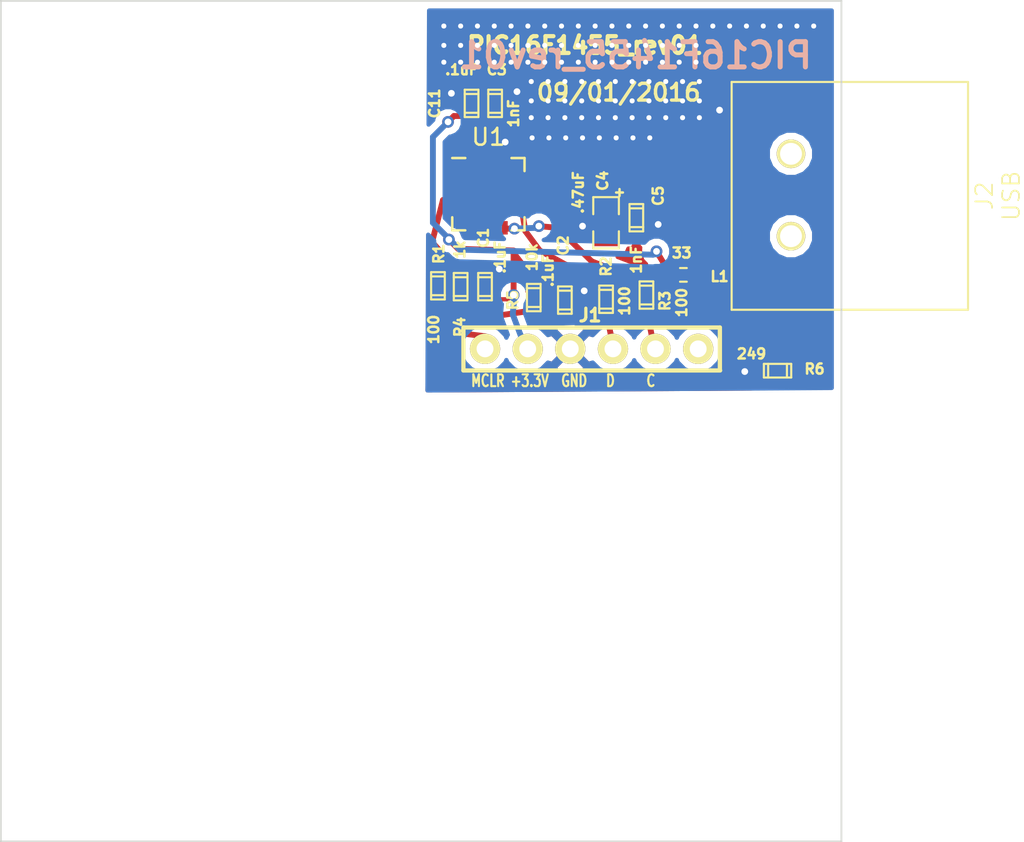
<source format=kicad_pcb>
(kicad_pcb (version 4) (host pcbnew 4.0.3+e1-6302~38~ubuntu14.04.1-stable)

  (general
    (links 131)
    (no_connects 0)
    (area 135.949999 54.949999 197.030138 105.050001)
    (thickness 1.6)
    (drawings 8)
    (tracks 120)
    (zones 0)
    (modules 112)
    (nets 24)
  )

  (page A)
  (layers
    (0 F.Cu signal)
    (31 B.Cu signal)
    (32 B.Adhes user)
    (33 F.Adhes user)
    (34 B.Paste user)
    (35 F.Paste user)
    (36 B.SilkS user)
    (37 F.SilkS user)
    (38 B.Mask user)
    (39 F.Mask user)
    (40 Dwgs.User user)
    (41 Cmts.User user)
    (42 Eco1.User user)
    (43 Eco2.User user)
    (44 Edge.Cuts user)
  )

  (setup
    (last_trace_width 0.25)
    (user_trace_width 0.1)
    (user_trace_width 0.2)
    (user_trace_width 0.25)
    (user_trace_width 0.3)
    (user_trace_width 0.35)
    (user_trace_width 0.4)
    (user_trace_width 0.5)
    (user_trace_width 0.6)
    (user_trace_width 0.8)
    (user_trace_width 1)
    (user_trace_width 2)
    (user_trace_width 3)
    (trace_clearance 0.08)
    (zone_clearance 0.5)
    (zone_45_only no)
    (trace_min 0.1)
    (segment_width 0.2)
    (edge_width 0.1)
    (via_size 0.7)
    (via_drill 0.4)
    (via_min_size 0.7)
    (via_min_drill 0.4)
    (uvia_size 0.4)
    (uvia_drill 0.127)
    (uvias_allowed no)
    (uvia_min_size 0.4)
    (uvia_min_drill 0.127)
    (pcb_text_width 0.3)
    (pcb_text_size 1.5 1.5)
    (mod_edge_width 0.15)
    (mod_text_size 1 1)
    (mod_text_width 0.15)
    (pad_size 0.6 0.6)
    (pad_drill 0.3)
    (pad_to_mask_clearance 0)
    (pad_to_paste_clearance_ratio -0.1)
    (aux_axis_origin 0 0)
    (visible_elements 7FFFFFFF)
    (pcbplotparams
      (layerselection 0x00030_80000001)
      (usegerberextensions true)
      (excludeedgelayer true)
      (linewidth 0.150000)
      (plotframeref false)
      (viasonmask false)
      (mode 1)
      (useauxorigin false)
      (hpglpennumber 1)
      (hpglpenspeed 20)
      (hpglpendiameter 15)
      (hpglpenoverlay 2)
      (psnegative false)
      (psa4output false)
      (plotreference true)
      (plotvalue true)
      (plotinvisibletext false)
      (padsonsilk false)
      (subtractmaskfromsilk false)
      (outputformat 1)
      (mirror false)
      (drillshape 0)
      (scaleselection 1)
      (outputdirectory ""))
  )

  (net 0 "")
  (net 1 GND)
  (net 2 VDD)
  (net 3 ~MCLR~)
  (net 4 "Net-(J1-Pad6)")
  (net 5 "Net-(U1-Pad7)")
  (net 6 "Net-(C2-Pad1)")
  (net 7 "Net-(C4-Pad1)")
  (net 8 "Net-(J1-Pad5)")
  (net 9 "Net-(J1-Pad1)")
  (net 10 "Net-(J1-Pad4)")
  (net 11 "Net-(J2-Pad1)")
  (net 12 D-)
  (net 13 D+)
  (net 14 ICSPDAT)
  (net 15 ICSPCLK)
  (net 16 "Net-(J2-Pad5)")
  (net 17 "Net-(U1-Pad1)")
  (net 18 "Net-(U1-Pad2)")
  (net 19 "Net-(U1-Pad4)")
  (net 20 "Net-(U1-Pad5)")
  (net 21 "Net-(U1-Pad6)")
  (net 22 "Net-(U1-Pad14)")
  (net 23 "Net-(U1-Pad15)")

  (net_class Default "This is the default net class."
    (clearance 0.08)
    (trace_width 0.25)
    (via_dia 0.7)
    (via_drill 0.4)
    (uvia_dia 0.4)
    (uvia_drill 0.127)
    (add_net D+)
    (add_net D-)
    (add_net GND)
    (add_net ICSPCLK)
    (add_net ICSPDAT)
    (add_net "Net-(C2-Pad1)")
    (add_net "Net-(C4-Pad1)")
    (add_net "Net-(J1-Pad1)")
    (add_net "Net-(J1-Pad4)")
    (add_net "Net-(J1-Pad5)")
    (add_net "Net-(J1-Pad6)")
    (add_net "Net-(J2-Pad1)")
    (add_net "Net-(J2-Pad5)")
    (add_net "Net-(U1-Pad1)")
    (add_net "Net-(U1-Pad14)")
    (add_net "Net-(U1-Pad15)")
    (add_net "Net-(U1-Pad2)")
    (add_net "Net-(U1-Pad4)")
    (add_net "Net-(U1-Pad5)")
    (add_net "Net-(U1-Pad6)")
    (add_net "Net-(U1-Pad7)")
    (add_net VDD)
    (add_net ~MCLR~)
  )

  (module ted_connectors:VIA-0.6mm (layer F.Cu) (tedit 57CA3FD9) (tstamp 57CA4AC5)
    (at 174.6 63.15)
    (fp_text reference REF** (at 0 0.5) (layer F.SilkS) hide
      (effects (font (size 0.127 0.127) (thickness 0.001)))
    )
    (fp_text value VIA-0.6mm (at 0 -0.5) (layer F.Fab) hide
      (effects (font (size 0.127 0.127) (thickness 0.001)))
    )
    (pad 1 thru_hole circle (at 0 0) (size 0.6 0.6) (drill 0.3) (layers *.Cu)
      (net 1 GND) (zone_connect 2))
  )

  (module ted_connectors:VIA-0.6mm (layer F.Cu) (tedit 57CA3FD9) (tstamp 57CA4AC1)
    (at 173.6 63.15)
    (fp_text reference REF** (at 0 0.5) (layer F.SilkS) hide
      (effects (font (size 0.127 0.127) (thickness 0.001)))
    )
    (fp_text value VIA-0.6mm (at 0 -0.5) (layer F.Fab) hide
      (effects (font (size 0.127 0.127) (thickness 0.001)))
    )
    (pad 1 thru_hole circle (at 0 0) (size 0.6 0.6) (drill 0.3) (layers *.Cu)
      (net 1 GND) (zone_connect 2))
  )

  (module ted_connectors:VIA-0.6mm (layer F.Cu) (tedit 57CA3FD9) (tstamp 57CA4ABD)
    (at 172.6 63.15)
    (fp_text reference REF** (at 0 0.5) (layer F.SilkS) hide
      (effects (font (size 0.127 0.127) (thickness 0.001)))
    )
    (fp_text value VIA-0.6mm (at 0 -0.5) (layer F.Fab) hide
      (effects (font (size 0.127 0.127) (thickness 0.001)))
    )
    (pad 1 thru_hole circle (at 0 0) (size 0.6 0.6) (drill 0.3) (layers *.Cu)
      (net 1 GND) (zone_connect 2))
  )

  (module ted_connectors:VIA-0.6mm (layer F.Cu) (tedit 57CA3FD9) (tstamp 57CA4AB9)
    (at 171.6 63.15)
    (fp_text reference REF** (at 0 0.5) (layer F.SilkS) hide
      (effects (font (size 0.127 0.127) (thickness 0.001)))
    )
    (fp_text value VIA-0.6mm (at 0 -0.5) (layer F.Fab) hide
      (effects (font (size 0.127 0.127) (thickness 0.001)))
    )
    (pad 1 thru_hole circle (at 0 0) (size 0.6 0.6) (drill 0.3) (layers *.Cu)
      (net 1 GND) (zone_connect 2))
  )

  (module ted_connectors:VIA-0.6mm (layer F.Cu) (tedit 57CA3FD9) (tstamp 57CA4AB5)
    (at 170.6 63.15)
    (fp_text reference REF** (at 0 0.5) (layer F.SilkS) hide
      (effects (font (size 0.127 0.127) (thickness 0.001)))
    )
    (fp_text value VIA-0.6mm (at 0 -0.5) (layer F.Fab) hide
      (effects (font (size 0.127 0.127) (thickness 0.001)))
    )
    (pad 1 thru_hole circle (at 0 0) (size 0.6 0.6) (drill 0.3) (layers *.Cu)
      (net 1 GND) (zone_connect 2))
  )

  (module ted_connectors:VIA-0.6mm (layer F.Cu) (tedit 57CA3FD9) (tstamp 57CA4AB1)
    (at 169.6 63.15)
    (fp_text reference REF** (at 0 0.5) (layer F.SilkS) hide
      (effects (font (size 0.127 0.127) (thickness 0.001)))
    )
    (fp_text value VIA-0.6mm (at 0 -0.5) (layer F.Fab) hide
      (effects (font (size 0.127 0.127) (thickness 0.001)))
    )
    (pad 1 thru_hole circle (at 0 0) (size 0.6 0.6) (drill 0.3) (layers *.Cu)
      (net 1 GND) (zone_connect 2))
  )

  (module ted_connectors:VIA-0.6mm (layer F.Cu) (tedit 57CA3FD9) (tstamp 57CA4AAD)
    (at 168.6 63.15)
    (fp_text reference REF** (at 0 0.5) (layer F.SilkS) hide
      (effects (font (size 0.127 0.127) (thickness 0.001)))
    )
    (fp_text value VIA-0.6mm (at 0 -0.5) (layer F.Fab) hide
      (effects (font (size 0.127 0.127) (thickness 0.001)))
    )
    (pad 1 thru_hole circle (at 0 0) (size 0.6 0.6) (drill 0.3) (layers *.Cu)
      (net 1 GND) (zone_connect 2))
  )

  (module ted_connectors:VIA-0.6mm (layer F.Cu) (tedit 57CA3FD9) (tstamp 57CA4AA9)
    (at 167.6 63.15)
    (fp_text reference REF** (at 0 0.5) (layer F.SilkS) hide
      (effects (font (size 0.127 0.127) (thickness 0.001)))
    )
    (fp_text value VIA-0.6mm (at 0 -0.5) (layer F.Fab) hide
      (effects (font (size 0.127 0.127) (thickness 0.001)))
    )
    (pad 1 thru_hole circle (at 0 0) (size 0.6 0.6) (drill 0.3) (layers *.Cu)
      (net 1 GND) (zone_connect 2))
  )

  (module ted_connectors:VIA-0.6mm (layer F.Cu) (tedit 57CA3FD9) (tstamp 57CA4AA5)
    (at 167.55 59.8)
    (fp_text reference REF** (at 0 0.5) (layer F.SilkS) hide
      (effects (font (size 0.127 0.127) (thickness 0.001)))
    )
    (fp_text value VIA-0.6mm (at 0 -0.5) (layer F.Fab) hide
      (effects (font (size 0.127 0.127) (thickness 0.001)))
    )
    (pad 1 thru_hole circle (at 0 0) (size 0.6 0.6) (drill 0.3) (layers *.Cu)
      (net 1 GND) (zone_connect 2))
  )

  (module ted_connectors:VIA-0.6mm (layer F.Cu) (tedit 57CA3FD9) (tstamp 57CA4AA1)
    (at 168.55 59.8)
    (fp_text reference REF** (at 0 0.5) (layer F.SilkS) hide
      (effects (font (size 0.127 0.127) (thickness 0.001)))
    )
    (fp_text value VIA-0.6mm (at 0 -0.5) (layer F.Fab) hide
      (effects (font (size 0.127 0.127) (thickness 0.001)))
    )
    (pad 1 thru_hole circle (at 0 0) (size 0.6 0.6) (drill 0.3) (layers *.Cu)
      (net 1 GND) (zone_connect 2))
  )

  (module ted_connectors:VIA-0.6mm (layer F.Cu) (tedit 57CA3FD9) (tstamp 57CA4A9D)
    (at 169.55 59.8)
    (fp_text reference REF** (at 0 0.5) (layer F.SilkS) hide
      (effects (font (size 0.127 0.127) (thickness 0.001)))
    )
    (fp_text value VIA-0.6mm (at 0 -0.5) (layer F.Fab) hide
      (effects (font (size 0.127 0.127) (thickness 0.001)))
    )
    (pad 1 thru_hole circle (at 0 0) (size 0.6 0.6) (drill 0.3) (layers *.Cu)
      (net 1 GND) (zone_connect 2))
  )

  (module ted_connectors:VIA-0.6mm (layer F.Cu) (tedit 57CA3FD9) (tstamp 57CA4A99)
    (at 170.55 59.8)
    (fp_text reference REF** (at 0 0.5) (layer F.SilkS) hide
      (effects (font (size 0.127 0.127) (thickness 0.001)))
    )
    (fp_text value VIA-0.6mm (at 0 -0.5) (layer F.Fab) hide
      (effects (font (size 0.127 0.127) (thickness 0.001)))
    )
    (pad 1 thru_hole circle (at 0 0) (size 0.6 0.6) (drill 0.3) (layers *.Cu)
      (net 1 GND) (zone_connect 2))
  )

  (module ted_connectors:VIA-0.6mm (layer F.Cu) (tedit 57CA3FD9) (tstamp 57CA4A95)
    (at 171.55 59.8)
    (fp_text reference REF** (at 0 0.5) (layer F.SilkS) hide
      (effects (font (size 0.127 0.127) (thickness 0.001)))
    )
    (fp_text value VIA-0.6mm (at 0 -0.5) (layer F.Fab) hide
      (effects (font (size 0.127 0.127) (thickness 0.001)))
    )
    (pad 1 thru_hole circle (at 0 0) (size 0.6 0.6) (drill 0.3) (layers *.Cu)
      (net 1 GND) (zone_connect 2))
  )

  (module ted_connectors:VIA-0.6mm (layer F.Cu) (tedit 57CA3FD9) (tstamp 57CA4A91)
    (at 172.55 59.8)
    (fp_text reference REF** (at 0 0.5) (layer F.SilkS) hide
      (effects (font (size 0.127 0.127) (thickness 0.001)))
    )
    (fp_text value VIA-0.6mm (at 0 -0.5) (layer F.Fab) hide
      (effects (font (size 0.127 0.127) (thickness 0.001)))
    )
    (pad 1 thru_hole circle (at 0 0) (size 0.6 0.6) (drill 0.3) (layers *.Cu)
      (net 1 GND) (zone_connect 2))
  )

  (module ted_connectors:VIA-0.6mm (layer F.Cu) (tedit 57CA3FD9) (tstamp 57CA4A8D)
    (at 173.55 59.8)
    (fp_text reference REF** (at 0 0.5) (layer F.SilkS) hide
      (effects (font (size 0.127 0.127) (thickness 0.001)))
    )
    (fp_text value VIA-0.6mm (at 0 -0.5) (layer F.Fab) hide
      (effects (font (size 0.127 0.127) (thickness 0.001)))
    )
    (pad 1 thru_hole circle (at 0 0) (size 0.6 0.6) (drill 0.3) (layers *.Cu)
      (net 1 GND) (zone_connect 2))
  )

  (module ted_connectors:VIA-0.6mm (layer F.Cu) (tedit 57CA3FD9) (tstamp 57CA4A89)
    (at 174.55 59.8)
    (fp_text reference REF** (at 0 0.5) (layer F.SilkS) hide
      (effects (font (size 0.127 0.127) (thickness 0.001)))
    )
    (fp_text value VIA-0.6mm (at 0 -0.5) (layer F.Fab) hide
      (effects (font (size 0.127 0.127) (thickness 0.001)))
    )
    (pad 1 thru_hole circle (at 0 0) (size 0.6 0.6) (drill 0.3) (layers *.Cu)
      (net 1 GND) (zone_connect 2))
  )

  (module ted_connectors:VIA-0.6mm (layer F.Cu) (tedit 57CA3FD9) (tstamp 57CA4A85)
    (at 175.55 59.8)
    (fp_text reference REF** (at 0 0.5) (layer F.SilkS) hide
      (effects (font (size 0.127 0.127) (thickness 0.001)))
    )
    (fp_text value VIA-0.6mm (at 0 -0.5) (layer F.Fab) hide
      (effects (font (size 0.127 0.127) (thickness 0.001)))
    )
    (pad 1 thru_hole circle (at 0 0) (size 0.6 0.6) (drill 0.3) (layers *.Cu)
      (net 1 GND) (zone_connect 2))
  )

  (module ted_connectors:VIA-0.6mm (layer F.Cu) (tedit 57CA3FD9) (tstamp 57CA4A81)
    (at 176.55 59.8)
    (fp_text reference REF** (at 0 0.5) (layer F.SilkS) hide
      (effects (font (size 0.127 0.127) (thickness 0.001)))
    )
    (fp_text value VIA-0.6mm (at 0 -0.5) (layer F.Fab) hide
      (effects (font (size 0.127 0.127) (thickness 0.001)))
    )
    (pad 1 thru_hole circle (at 0 0) (size 0.6 0.6) (drill 0.3) (layers *.Cu)
      (net 1 GND) (zone_connect 2))
  )

  (module ted_connectors:VIA-0.6mm (layer F.Cu) (tedit 57CA3FD9) (tstamp 57CA4A7D)
    (at 177.55 59.8)
    (fp_text reference REF** (at 0 0.5) (layer F.SilkS) hide
      (effects (font (size 0.127 0.127) (thickness 0.001)))
    )
    (fp_text value VIA-0.6mm (at 0 -0.5) (layer F.Fab) hide
      (effects (font (size 0.127 0.127) (thickness 0.001)))
    )
    (pad 1 thru_hole circle (at 0 0) (size 0.6 0.6) (drill 0.3) (layers *.Cu)
      (net 1 GND) (zone_connect 2))
  )

  (module ted_connectors:VIA-0.6mm (layer F.Cu) (tedit 57CA3FD9) (tstamp 57CA4A79)
    (at 167.55 60.95)
    (fp_text reference REF** (at 0 0.5) (layer F.SilkS) hide
      (effects (font (size 0.127 0.127) (thickness 0.001)))
    )
    (fp_text value VIA-0.6mm (at 0 -0.5) (layer F.Fab) hide
      (effects (font (size 0.127 0.127) (thickness 0.001)))
    )
    (pad 1 thru_hole circle (at 0 0) (size 0.6 0.6) (drill 0.3) (layers *.Cu)
      (net 1 GND) (zone_connect 2))
  )

  (module ted_connectors:VIA-0.6mm (layer F.Cu) (tedit 57CA3FD9) (tstamp 57CA4A75)
    (at 168.55 60.95)
    (fp_text reference REF** (at 0 0.5) (layer F.SilkS) hide
      (effects (font (size 0.127 0.127) (thickness 0.001)))
    )
    (fp_text value VIA-0.6mm (at 0 -0.5) (layer F.Fab) hide
      (effects (font (size 0.127 0.127) (thickness 0.001)))
    )
    (pad 1 thru_hole circle (at 0 0) (size 0.6 0.6) (drill 0.3) (layers *.Cu)
      (net 1 GND) (zone_connect 2))
  )

  (module ted_connectors:VIA-0.6mm (layer F.Cu) (tedit 57CA3FD9) (tstamp 57CA4A71)
    (at 169.55 60.95)
    (fp_text reference REF** (at 0 0.5) (layer F.SilkS) hide
      (effects (font (size 0.127 0.127) (thickness 0.001)))
    )
    (fp_text value VIA-0.6mm (at 0 -0.5) (layer F.Fab) hide
      (effects (font (size 0.127 0.127) (thickness 0.001)))
    )
    (pad 1 thru_hole circle (at 0 0) (size 0.6 0.6) (drill 0.3) (layers *.Cu)
      (net 1 GND) (zone_connect 2))
  )

  (module ted_connectors:VIA-0.6mm (layer F.Cu) (tedit 57CA3FD9) (tstamp 57CA4A6D)
    (at 170.55 60.95)
    (fp_text reference REF** (at 0 0.5) (layer F.SilkS) hide
      (effects (font (size 0.127 0.127) (thickness 0.001)))
    )
    (fp_text value VIA-0.6mm (at 0 -0.5) (layer F.Fab) hide
      (effects (font (size 0.127 0.127) (thickness 0.001)))
    )
    (pad 1 thru_hole circle (at 0 0) (size 0.6 0.6) (drill 0.3) (layers *.Cu)
      (net 1 GND) (zone_connect 2))
  )

  (module ted_connectors:VIA-0.6mm (layer F.Cu) (tedit 57CA3FD9) (tstamp 57CA4A69)
    (at 171.55 60.95)
    (fp_text reference REF** (at 0 0.5) (layer F.SilkS) hide
      (effects (font (size 0.127 0.127) (thickness 0.001)))
    )
    (fp_text value VIA-0.6mm (at 0 -0.5) (layer F.Fab) hide
      (effects (font (size 0.127 0.127) (thickness 0.001)))
    )
    (pad 1 thru_hole circle (at 0 0) (size 0.6 0.6) (drill 0.3) (layers *.Cu)
      (net 1 GND) (zone_connect 2))
  )

  (module ted_connectors:VIA-0.6mm (layer F.Cu) (tedit 57CA3FD9) (tstamp 57CA4A65)
    (at 172.55 60.95)
    (fp_text reference REF** (at 0 0.5) (layer F.SilkS) hide
      (effects (font (size 0.127 0.127) (thickness 0.001)))
    )
    (fp_text value VIA-0.6mm (at 0 -0.5) (layer F.Fab) hide
      (effects (font (size 0.127 0.127) (thickness 0.001)))
    )
    (pad 1 thru_hole circle (at 0 0) (size 0.6 0.6) (drill 0.3) (layers *.Cu)
      (net 1 GND) (zone_connect 2))
  )

  (module ted_connectors:VIA-0.6mm (layer F.Cu) (tedit 57CA3FD9) (tstamp 57CA4A61)
    (at 173.55 60.95)
    (fp_text reference REF** (at 0 0.5) (layer F.SilkS) hide
      (effects (font (size 0.127 0.127) (thickness 0.001)))
    )
    (fp_text value VIA-0.6mm (at 0 -0.5) (layer F.Fab) hide
      (effects (font (size 0.127 0.127) (thickness 0.001)))
    )
    (pad 1 thru_hole circle (at 0 0) (size 0.6 0.6) (drill 0.3) (layers *.Cu)
      (net 1 GND) (zone_connect 2))
  )

  (module ted_connectors:VIA-0.6mm (layer F.Cu) (tedit 57CA3FD9) (tstamp 57CA4A5D)
    (at 174.55 60.95)
    (fp_text reference REF** (at 0 0.5) (layer F.SilkS) hide
      (effects (font (size 0.127 0.127) (thickness 0.001)))
    )
    (fp_text value VIA-0.6mm (at 0 -0.5) (layer F.Fab) hide
      (effects (font (size 0.127 0.127) (thickness 0.001)))
    )
    (pad 1 thru_hole circle (at 0 0) (size 0.6 0.6) (drill 0.3) (layers *.Cu)
      (net 1 GND) (zone_connect 2))
  )

  (module ted_connectors:VIA-0.6mm (layer F.Cu) (tedit 57CA3FD9) (tstamp 57CA4A59)
    (at 175.55 60.95)
    (fp_text reference REF** (at 0 0.5) (layer F.SilkS) hide
      (effects (font (size 0.127 0.127) (thickness 0.001)))
    )
    (fp_text value VIA-0.6mm (at 0 -0.5) (layer F.Fab) hide
      (effects (font (size 0.127 0.127) (thickness 0.001)))
    )
    (pad 1 thru_hole circle (at 0 0) (size 0.6 0.6) (drill 0.3) (layers *.Cu)
      (net 1 GND) (zone_connect 2))
  )

  (module ted_connectors:VIA-0.6mm (layer F.Cu) (tedit 57CA3FD9) (tstamp 57CA4A55)
    (at 176.55 60.95)
    (fp_text reference REF** (at 0 0.5) (layer F.SilkS) hide
      (effects (font (size 0.127 0.127) (thickness 0.001)))
    )
    (fp_text value VIA-0.6mm (at 0 -0.5) (layer F.Fab) hide
      (effects (font (size 0.127 0.127) (thickness 0.001)))
    )
    (pad 1 thru_hole circle (at 0 0) (size 0.6 0.6) (drill 0.3) (layers *.Cu)
      (net 1 GND) (zone_connect 2))
  )

  (module ted_connectors:VIA-0.6mm (layer F.Cu) (tedit 57CA3FD9) (tstamp 57CA4A51)
    (at 177.55 60.95)
    (fp_text reference REF** (at 0 0.5) (layer F.SilkS) hide
      (effects (font (size 0.127 0.127) (thickness 0.001)))
    )
    (fp_text value VIA-0.6mm (at 0 -0.5) (layer F.Fab) hide
      (effects (font (size 0.127 0.127) (thickness 0.001)))
    )
    (pad 1 thru_hole circle (at 0 0) (size 0.6 0.6) (drill 0.3) (layers *.Cu)
      (net 1 GND) (zone_connect 2))
  )

  (module ted_connectors:VIA-0.6mm (layer F.Cu) (tedit 57CA3FD9) (tstamp 57CA4A4D)
    (at 167.55 61.95)
    (fp_text reference REF** (at 0 0.5) (layer F.SilkS) hide
      (effects (font (size 0.127 0.127) (thickness 0.001)))
    )
    (fp_text value VIA-0.6mm (at 0 -0.5) (layer F.Fab) hide
      (effects (font (size 0.127 0.127) (thickness 0.001)))
    )
    (pad 1 thru_hole circle (at 0 0) (size 0.6 0.6) (drill 0.3) (layers *.Cu)
      (net 1 GND) (zone_connect 2))
  )

  (module ted_connectors:VIA-0.6mm (layer F.Cu) (tedit 57CA3FD9) (tstamp 57CA4A49)
    (at 168.55 61.95)
    (fp_text reference REF** (at 0 0.5) (layer F.SilkS) hide
      (effects (font (size 0.127 0.127) (thickness 0.001)))
    )
    (fp_text value VIA-0.6mm (at 0 -0.5) (layer F.Fab) hide
      (effects (font (size 0.127 0.127) (thickness 0.001)))
    )
    (pad 1 thru_hole circle (at 0 0) (size 0.6 0.6) (drill 0.3) (layers *.Cu)
      (net 1 GND) (zone_connect 2))
  )

  (module ted_connectors:VIA-0.6mm (layer F.Cu) (tedit 57CA3FD9) (tstamp 57CA4A45)
    (at 169.55 61.95)
    (fp_text reference REF** (at 0 0.5) (layer F.SilkS) hide
      (effects (font (size 0.127 0.127) (thickness 0.001)))
    )
    (fp_text value VIA-0.6mm (at 0 -0.5) (layer F.Fab) hide
      (effects (font (size 0.127 0.127) (thickness 0.001)))
    )
    (pad 1 thru_hole circle (at 0 0) (size 0.6 0.6) (drill 0.3) (layers *.Cu)
      (net 1 GND) (zone_connect 2))
  )

  (module ted_connectors:VIA-0.6mm (layer F.Cu) (tedit 57CA3FD9) (tstamp 57CA4A41)
    (at 170.55 61.95)
    (fp_text reference REF** (at 0 0.5) (layer F.SilkS) hide
      (effects (font (size 0.127 0.127) (thickness 0.001)))
    )
    (fp_text value VIA-0.6mm (at 0 -0.5) (layer F.Fab) hide
      (effects (font (size 0.127 0.127) (thickness 0.001)))
    )
    (pad 1 thru_hole circle (at 0 0) (size 0.6 0.6) (drill 0.3) (layers *.Cu)
      (net 1 GND) (zone_connect 2))
  )

  (module ted_connectors:VIA-0.6mm (layer F.Cu) (tedit 57CA3FD9) (tstamp 57CA4A3D)
    (at 171.55 61.95)
    (fp_text reference REF** (at 0 0.5) (layer F.SilkS) hide
      (effects (font (size 0.127 0.127) (thickness 0.001)))
    )
    (fp_text value VIA-0.6mm (at 0 -0.5) (layer F.Fab) hide
      (effects (font (size 0.127 0.127) (thickness 0.001)))
    )
    (pad 1 thru_hole circle (at 0 0) (size 0.6 0.6) (drill 0.3) (layers *.Cu)
      (net 1 GND) (zone_connect 2))
  )

  (module ted_connectors:VIA-0.6mm (layer F.Cu) (tedit 57CA3FD9) (tstamp 57CA4A39)
    (at 172.55 61.95)
    (fp_text reference REF** (at 0 0.5) (layer F.SilkS) hide
      (effects (font (size 0.127 0.127) (thickness 0.001)))
    )
    (fp_text value VIA-0.6mm (at 0 -0.5) (layer F.Fab) hide
      (effects (font (size 0.127 0.127) (thickness 0.001)))
    )
    (pad 1 thru_hole circle (at 0 0) (size 0.6 0.6) (drill 0.3) (layers *.Cu)
      (net 1 GND) (zone_connect 2))
  )

  (module ted_connectors:VIA-0.6mm (layer F.Cu) (tedit 57CA3FD9) (tstamp 57CA4A35)
    (at 173.55 61.95)
    (fp_text reference REF** (at 0 0.5) (layer F.SilkS) hide
      (effects (font (size 0.127 0.127) (thickness 0.001)))
    )
    (fp_text value VIA-0.6mm (at 0 -0.5) (layer F.Fab) hide
      (effects (font (size 0.127 0.127) (thickness 0.001)))
    )
    (pad 1 thru_hole circle (at 0 0) (size 0.6 0.6) (drill 0.3) (layers *.Cu)
      (net 1 GND) (zone_connect 2))
  )

  (module ted_connectors:VIA-0.6mm (layer F.Cu) (tedit 57CA3FD9) (tstamp 57CA4A31)
    (at 174.55 61.95)
    (fp_text reference REF** (at 0 0.5) (layer F.SilkS) hide
      (effects (font (size 0.127 0.127) (thickness 0.001)))
    )
    (fp_text value VIA-0.6mm (at 0 -0.5) (layer F.Fab) hide
      (effects (font (size 0.127 0.127) (thickness 0.001)))
    )
    (pad 1 thru_hole circle (at 0 0) (size 0.6 0.6) (drill 0.3) (layers *.Cu)
      (net 1 GND) (zone_connect 2))
  )

  (module ted_connectors:VIA-0.6mm (layer F.Cu) (tedit 57CA3FD9) (tstamp 57CA4A2D)
    (at 175.55 61.95)
    (fp_text reference REF** (at 0 0.5) (layer F.SilkS) hide
      (effects (font (size 0.127 0.127) (thickness 0.001)))
    )
    (fp_text value VIA-0.6mm (at 0 -0.5) (layer F.Fab) hide
      (effects (font (size 0.127 0.127) (thickness 0.001)))
    )
    (pad 1 thru_hole circle (at 0 0) (size 0.6 0.6) (drill 0.3) (layers *.Cu)
      (net 1 GND) (zone_connect 2))
  )

  (module ted_connectors:VIA-0.6mm (layer F.Cu) (tedit 57CA3FD9) (tstamp 57CA4A29)
    (at 176.55 61.95)
    (fp_text reference REF** (at 0 0.5) (layer F.SilkS) hide
      (effects (font (size 0.127 0.127) (thickness 0.001)))
    )
    (fp_text value VIA-0.6mm (at 0 -0.5) (layer F.Fab) hide
      (effects (font (size 0.127 0.127) (thickness 0.001)))
    )
    (pad 1 thru_hole circle (at 0 0) (size 0.6 0.6) (drill 0.3) (layers *.Cu)
      (net 1 GND) (zone_connect 2))
  )

  (module ted_connectors:VIA-0.6mm (layer F.Cu) (tedit 57CA3FD9) (tstamp 57CA4A25)
    (at 177.55 61.95)
    (fp_text reference REF** (at 0 0.5) (layer F.SilkS) hide
      (effects (font (size 0.127 0.127) (thickness 0.001)))
    )
    (fp_text value VIA-0.6mm (at 0 -0.5) (layer F.Fab) hide
      (effects (font (size 0.127 0.127) (thickness 0.001)))
    )
    (pad 1 thru_hole circle (at 0 0) (size 0.6 0.6) (drill 0.3) (layers *.Cu)
      (net 1 GND) (zone_connect 2))
  )

  (module ted_connectors:VIA-0.6mm (layer F.Cu) (tedit 57CA3FD9) (tstamp 57CA4A1D)
    (at 177.35 58.65)
    (fp_text reference REF** (at 0 0.5) (layer F.SilkS) hide
      (effects (font (size 0.127 0.127) (thickness 0.001)))
    )
    (fp_text value VIA-0.6mm (at 0 -0.5) (layer F.Fab) hide
      (effects (font (size 0.127 0.127) (thickness 0.001)))
    )
    (pad 1 thru_hole circle (at 0 0) (size 0.6 0.6) (drill 0.3) (layers *.Cu)
      (net 1 GND) (zone_connect 2))
  )

  (module ted_connectors:VIA-0.6mm (layer F.Cu) (tedit 57CA3FD9) (tstamp 57CA4A19)
    (at 176.35 58.65)
    (fp_text reference REF** (at 0 0.5) (layer F.SilkS) hide
      (effects (font (size 0.127 0.127) (thickness 0.001)))
    )
    (fp_text value VIA-0.6mm (at 0 -0.5) (layer F.Fab) hide
      (effects (font (size 0.127 0.127) (thickness 0.001)))
    )
    (pad 1 thru_hole circle (at 0 0) (size 0.6 0.6) (drill 0.3) (layers *.Cu)
      (net 1 GND) (zone_connect 2))
  )

  (module ted_connectors:VIA-0.6mm (layer F.Cu) (tedit 57CA3FD9) (tstamp 57CA4A15)
    (at 175.35 58.65)
    (fp_text reference REF** (at 0 0.5) (layer F.SilkS) hide
      (effects (font (size 0.127 0.127) (thickness 0.001)))
    )
    (fp_text value VIA-0.6mm (at 0 -0.5) (layer F.Fab) hide
      (effects (font (size 0.127 0.127) (thickness 0.001)))
    )
    (pad 1 thru_hole circle (at 0 0) (size 0.6 0.6) (drill 0.3) (layers *.Cu)
      (net 1 GND) (zone_connect 2))
  )

  (module ted_connectors:VIA-0.6mm (layer F.Cu) (tedit 57CA3FD9) (tstamp 57CA4A11)
    (at 174.35 58.65)
    (fp_text reference REF** (at 0 0.5) (layer F.SilkS) hide
      (effects (font (size 0.127 0.127) (thickness 0.001)))
    )
    (fp_text value VIA-0.6mm (at 0 -0.5) (layer F.Fab) hide
      (effects (font (size 0.127 0.127) (thickness 0.001)))
    )
    (pad 1 thru_hole circle (at 0 0) (size 0.6 0.6) (drill 0.3) (layers *.Cu)
      (net 1 GND) (zone_connect 2))
  )

  (module ted_connectors:VIA-0.6mm (layer F.Cu) (tedit 57CA3FD9) (tstamp 57CA4A0D)
    (at 173.35 58.65)
    (fp_text reference REF** (at 0 0.5) (layer F.SilkS) hide
      (effects (font (size 0.127 0.127) (thickness 0.001)))
    )
    (fp_text value VIA-0.6mm (at 0 -0.5) (layer F.Fab) hide
      (effects (font (size 0.127 0.127) (thickness 0.001)))
    )
    (pad 1 thru_hole circle (at 0 0) (size 0.6 0.6) (drill 0.3) (layers *.Cu)
      (net 1 GND) (zone_connect 2))
  )

  (module ted_connectors:VIA-0.6mm (layer F.Cu) (tedit 57CA3FD9) (tstamp 57CA4A09)
    (at 172.35 58.65)
    (fp_text reference REF** (at 0 0.5) (layer F.SilkS) hide
      (effects (font (size 0.127 0.127) (thickness 0.001)))
    )
    (fp_text value VIA-0.6mm (at 0 -0.5) (layer F.Fab) hide
      (effects (font (size 0.127 0.127) (thickness 0.001)))
    )
    (pad 1 thru_hole circle (at 0 0) (size 0.6 0.6) (drill 0.3) (layers *.Cu)
      (net 1 GND) (zone_connect 2))
  )

  (module ted_connectors:VIA-0.6mm (layer F.Cu) (tedit 57CA3FD9) (tstamp 57CA4A05)
    (at 171.35 58.65)
    (fp_text reference REF** (at 0 0.5) (layer F.SilkS) hide
      (effects (font (size 0.127 0.127) (thickness 0.001)))
    )
    (fp_text value VIA-0.6mm (at 0 -0.5) (layer F.Fab) hide
      (effects (font (size 0.127 0.127) (thickness 0.001)))
    )
    (pad 1 thru_hole circle (at 0 0) (size 0.6 0.6) (drill 0.3) (layers *.Cu)
      (net 1 GND) (zone_connect 2))
  )

  (module ted_connectors:VIA-0.6mm (layer F.Cu) (tedit 57CA3FD9) (tstamp 57CA4A01)
    (at 170.35 58.65)
    (fp_text reference REF** (at 0 0.5) (layer F.SilkS) hide
      (effects (font (size 0.127 0.127) (thickness 0.001)))
    )
    (fp_text value VIA-0.6mm (at 0 -0.5) (layer F.Fab) hide
      (effects (font (size 0.127 0.127) (thickness 0.001)))
    )
    (pad 1 thru_hole circle (at 0 0) (size 0.6 0.6) (drill 0.3) (layers *.Cu)
      (net 1 GND) (zone_connect 2))
  )

  (module ted_connectors:VIA-0.6mm (layer F.Cu) (tedit 57CA3FD9) (tstamp 57CA49FD)
    (at 169.35 58.65)
    (fp_text reference REF** (at 0 0.5) (layer F.SilkS) hide
      (effects (font (size 0.127 0.127) (thickness 0.001)))
    )
    (fp_text value VIA-0.6mm (at 0 -0.5) (layer F.Fab) hide
      (effects (font (size 0.127 0.127) (thickness 0.001)))
    )
    (pad 1 thru_hole circle (at 0 0) (size 0.6 0.6) (drill 0.3) (layers *.Cu)
      (net 1 GND) (zone_connect 2))
  )

  (module ted_connectors:VIA-0.6mm (layer F.Cu) (tedit 57CA3FD9) (tstamp 57CA49F9)
    (at 168.35 58.65)
    (fp_text reference REF** (at 0 0.5) (layer F.SilkS) hide
      (effects (font (size 0.127 0.127) (thickness 0.001)))
    )
    (fp_text value VIA-0.6mm (at 0 -0.5) (layer F.Fab) hide
      (effects (font (size 0.127 0.127) (thickness 0.001)))
    )
    (pad 1 thru_hole circle (at 0 0) (size 0.6 0.6) (drill 0.3) (layers *.Cu)
      (net 1 GND) (zone_connect 2))
  )

  (module ted_connectors:VIA-0.6mm (layer F.Cu) (tedit 57CA3FD9) (tstamp 57CA49F5)
    (at 167.35 58.65)
    (fp_text reference REF** (at 0 0.5) (layer F.SilkS) hide
      (effects (font (size 0.127 0.127) (thickness 0.001)))
    )
    (fp_text value VIA-0.6mm (at 0 -0.5) (layer F.Fab) hide
      (effects (font (size 0.127 0.127) (thickness 0.001)))
    )
    (pad 1 thru_hole circle (at 0 0) (size 0.6 0.6) (drill 0.3) (layers *.Cu)
      (net 1 GND) (zone_connect 2))
  )

  (module ted_connectors:VIA-0.6mm (layer F.Cu) (tedit 57CA3FD9) (tstamp 57CA49F1)
    (at 166.35 58.65)
    (fp_text reference REF** (at 0 0.5) (layer F.SilkS) hide
      (effects (font (size 0.127 0.127) (thickness 0.001)))
    )
    (fp_text value VIA-0.6mm (at 0 -0.5) (layer F.Fab) hide
      (effects (font (size 0.127 0.127) (thickness 0.001)))
    )
    (pad 1 thru_hole circle (at 0 0) (size 0.6 0.6) (drill 0.3) (layers *.Cu)
      (net 1 GND) (zone_connect 2))
  )

  (module ted_connectors:VIA-0.6mm (layer F.Cu) (tedit 57CA3FD9) (tstamp 57CA49ED)
    (at 165.35 58.65)
    (fp_text reference REF** (at 0 0.5) (layer F.SilkS) hide
      (effects (font (size 0.127 0.127) (thickness 0.001)))
    )
    (fp_text value VIA-0.6mm (at 0 -0.5) (layer F.Fab) hide
      (effects (font (size 0.127 0.127) (thickness 0.001)))
    )
    (pad 1 thru_hole circle (at 0 0) (size 0.6 0.6) (drill 0.3) (layers *.Cu)
      (net 1 GND) (zone_connect 2))
  )

  (module ted_connectors:VIA-0.6mm (layer F.Cu) (tedit 57CA3FD9) (tstamp 57CA49E9)
    (at 164.35 58.65)
    (fp_text reference REF** (at 0 0.5) (layer F.SilkS) hide
      (effects (font (size 0.127 0.127) (thickness 0.001)))
    )
    (fp_text value VIA-0.6mm (at 0 -0.5) (layer F.Fab) hide
      (effects (font (size 0.127 0.127) (thickness 0.001)))
    )
    (pad 1 thru_hole circle (at 0 0) (size 0.6 0.6) (drill 0.3) (layers *.Cu)
      (net 1 GND) (zone_connect 2))
  )

  (module ted_connectors:VIA-0.6mm (layer F.Cu) (tedit 57CA3FD9) (tstamp 57CA49E5)
    (at 163.35 58.65)
    (fp_text reference REF** (at 0 0.5) (layer F.SilkS) hide
      (effects (font (size 0.127 0.127) (thickness 0.001)))
    )
    (fp_text value VIA-0.6mm (at 0 -0.5) (layer F.Fab) hide
      (effects (font (size 0.127 0.127) (thickness 0.001)))
    )
    (pad 1 thru_hole circle (at 0 0) (size 0.6 0.6) (drill 0.3) (layers *.Cu)
      (net 1 GND) (zone_connect 2))
  )

  (module ted_connectors:VIA-0.6mm (layer F.Cu) (tedit 57CA3FD9) (tstamp 57CA49E1)
    (at 162.35 58.65)
    (fp_text reference REF** (at 0 0.5) (layer F.SilkS) hide
      (effects (font (size 0.127 0.127) (thickness 0.001)))
    )
    (fp_text value VIA-0.6mm (at 0 -0.5) (layer F.Fab) hide
      (effects (font (size 0.127 0.127) (thickness 0.001)))
    )
    (pad 1 thru_hole circle (at 0 0) (size 0.6 0.6) (drill 0.3) (layers *.Cu)
      (net 1 GND) (zone_connect 2))
  )

  (module ted_connectors:VIA-0.6mm (layer F.Cu) (tedit 57CA3FD9) (tstamp 57CA49DD)
    (at 177.35 57.65)
    (fp_text reference REF** (at 0 0.5) (layer F.SilkS) hide
      (effects (font (size 0.127 0.127) (thickness 0.001)))
    )
    (fp_text value VIA-0.6mm (at 0 -0.5) (layer F.Fab) hide
      (effects (font (size 0.127 0.127) (thickness 0.001)))
    )
    (pad 1 thru_hole circle (at 0 0) (size 0.6 0.6) (drill 0.3) (layers *.Cu)
      (net 1 GND) (zone_connect 2))
  )

  (module ted_connectors:VIA-0.6mm (layer F.Cu) (tedit 57CA3FD9) (tstamp 57CA49D9)
    (at 176.35 57.65)
    (fp_text reference REF** (at 0 0.5) (layer F.SilkS) hide
      (effects (font (size 0.127 0.127) (thickness 0.001)))
    )
    (fp_text value VIA-0.6mm (at 0 -0.5) (layer F.Fab) hide
      (effects (font (size 0.127 0.127) (thickness 0.001)))
    )
    (pad 1 thru_hole circle (at 0 0) (size 0.6 0.6) (drill 0.3) (layers *.Cu)
      (net 1 GND) (zone_connect 2))
  )

  (module ted_connectors:VIA-0.6mm (layer F.Cu) (tedit 57CA3FD9) (tstamp 57CA49D5)
    (at 175.35 57.65)
    (fp_text reference REF** (at 0 0.5) (layer F.SilkS) hide
      (effects (font (size 0.127 0.127) (thickness 0.001)))
    )
    (fp_text value VIA-0.6mm (at 0 -0.5) (layer F.Fab) hide
      (effects (font (size 0.127 0.127) (thickness 0.001)))
    )
    (pad 1 thru_hole circle (at 0 0) (size 0.6 0.6) (drill 0.3) (layers *.Cu)
      (net 1 GND) (zone_connect 2))
  )

  (module ted_connectors:VIA-0.6mm (layer F.Cu) (tedit 57CA3FD9) (tstamp 57CA49D1)
    (at 174.35 57.65)
    (fp_text reference REF** (at 0 0.5) (layer F.SilkS) hide
      (effects (font (size 0.127 0.127) (thickness 0.001)))
    )
    (fp_text value VIA-0.6mm (at 0 -0.5) (layer F.Fab) hide
      (effects (font (size 0.127 0.127) (thickness 0.001)))
    )
    (pad 1 thru_hole circle (at 0 0) (size 0.6 0.6) (drill 0.3) (layers *.Cu)
      (net 1 GND) (zone_connect 2))
  )

  (module ted_connectors:VIA-0.6mm (layer F.Cu) (tedit 57CA3FD9) (tstamp 57CA49CD)
    (at 173.35 57.65)
    (fp_text reference REF** (at 0 0.5) (layer F.SilkS) hide
      (effects (font (size 0.127 0.127) (thickness 0.001)))
    )
    (fp_text value VIA-0.6mm (at 0 -0.5) (layer F.Fab) hide
      (effects (font (size 0.127 0.127) (thickness 0.001)))
    )
    (pad 1 thru_hole circle (at 0 0) (size 0.6 0.6) (drill 0.3) (layers *.Cu)
      (net 1 GND) (zone_connect 2))
  )

  (module ted_connectors:VIA-0.6mm (layer F.Cu) (tedit 57CA3FD9) (tstamp 57CA49C9)
    (at 172.35 57.65)
    (fp_text reference REF** (at 0 0.5) (layer F.SilkS) hide
      (effects (font (size 0.127 0.127) (thickness 0.001)))
    )
    (fp_text value VIA-0.6mm (at 0 -0.5) (layer F.Fab) hide
      (effects (font (size 0.127 0.127) (thickness 0.001)))
    )
    (pad 1 thru_hole circle (at 0 0) (size 0.6 0.6) (drill 0.3) (layers *.Cu)
      (net 1 GND) (zone_connect 2))
  )

  (module ted_connectors:VIA-0.6mm (layer F.Cu) (tedit 57CA3FD9) (tstamp 57CA49C5)
    (at 171.35 57.65)
    (fp_text reference REF** (at 0 0.5) (layer F.SilkS) hide
      (effects (font (size 0.127 0.127) (thickness 0.001)))
    )
    (fp_text value VIA-0.6mm (at 0 -0.5) (layer F.Fab) hide
      (effects (font (size 0.127 0.127) (thickness 0.001)))
    )
    (pad 1 thru_hole circle (at 0 0) (size 0.6 0.6) (drill 0.3) (layers *.Cu)
      (net 1 GND) (zone_connect 2))
  )

  (module ted_connectors:VIA-0.6mm (layer F.Cu) (tedit 57CA3FD9) (tstamp 57CA49C1)
    (at 170.35 57.65)
    (fp_text reference REF** (at 0 0.5) (layer F.SilkS) hide
      (effects (font (size 0.127 0.127) (thickness 0.001)))
    )
    (fp_text value VIA-0.6mm (at 0 -0.5) (layer F.Fab) hide
      (effects (font (size 0.127 0.127) (thickness 0.001)))
    )
    (pad 1 thru_hole circle (at 0 0) (size 0.6 0.6) (drill 0.3) (layers *.Cu)
      (net 1 GND) (zone_connect 2))
  )

  (module ted_connectors:VIA-0.6mm (layer F.Cu) (tedit 57CA3FD9) (tstamp 57CA49BD)
    (at 169.35 57.65)
    (fp_text reference REF** (at 0 0.5) (layer F.SilkS) hide
      (effects (font (size 0.127 0.127) (thickness 0.001)))
    )
    (fp_text value VIA-0.6mm (at 0 -0.5) (layer F.Fab) hide
      (effects (font (size 0.127 0.127) (thickness 0.001)))
    )
    (pad 1 thru_hole circle (at 0 0) (size 0.6 0.6) (drill 0.3) (layers *.Cu)
      (net 1 GND) (zone_connect 2))
  )

  (module ted_connectors:VIA-0.6mm (layer F.Cu) (tedit 57CA3FD9) (tstamp 57CA49B9)
    (at 168.35 57.65)
    (fp_text reference REF** (at 0 0.5) (layer F.SilkS) hide
      (effects (font (size 0.127 0.127) (thickness 0.001)))
    )
    (fp_text value VIA-0.6mm (at 0 -0.5) (layer F.Fab) hide
      (effects (font (size 0.127 0.127) (thickness 0.001)))
    )
    (pad 1 thru_hole circle (at 0 0) (size 0.6 0.6) (drill 0.3) (layers *.Cu)
      (net 1 GND) (zone_connect 2))
  )

  (module ted_connectors:VIA-0.6mm (layer F.Cu) (tedit 57CA3FD9) (tstamp 57CA49B5)
    (at 167.35 57.65)
    (fp_text reference REF** (at 0 0.5) (layer F.SilkS) hide
      (effects (font (size 0.127 0.127) (thickness 0.001)))
    )
    (fp_text value VIA-0.6mm (at 0 -0.5) (layer F.Fab) hide
      (effects (font (size 0.127 0.127) (thickness 0.001)))
    )
    (pad 1 thru_hole circle (at 0 0) (size 0.6 0.6) (drill 0.3) (layers *.Cu)
      (net 1 GND) (zone_connect 2))
  )

  (module ted_connectors:VIA-0.6mm (layer F.Cu) (tedit 57CA3FD9) (tstamp 57CA49B1)
    (at 166.35 57.65)
    (fp_text reference REF** (at 0 0.5) (layer F.SilkS) hide
      (effects (font (size 0.127 0.127) (thickness 0.001)))
    )
    (fp_text value VIA-0.6mm (at 0 -0.5) (layer F.Fab) hide
      (effects (font (size 0.127 0.127) (thickness 0.001)))
    )
    (pad 1 thru_hole circle (at 0 0) (size 0.6 0.6) (drill 0.3) (layers *.Cu)
      (net 1 GND) (zone_connect 2))
  )

  (module ted_connectors:VIA-0.6mm (layer F.Cu) (tedit 57CA3FD9) (tstamp 57CA49AD)
    (at 165.35 57.65)
    (fp_text reference REF** (at 0 0.5) (layer F.SilkS) hide
      (effects (font (size 0.127 0.127) (thickness 0.001)))
    )
    (fp_text value VIA-0.6mm (at 0 -0.5) (layer F.Fab) hide
      (effects (font (size 0.127 0.127) (thickness 0.001)))
    )
    (pad 1 thru_hole circle (at 0 0) (size 0.6 0.6) (drill 0.3) (layers *.Cu)
      (net 1 GND) (zone_connect 2))
  )

  (module ted_connectors:VIA-0.6mm (layer F.Cu) (tedit 57CA3FD9) (tstamp 57CA49A9)
    (at 164.35 57.65)
    (fp_text reference REF** (at 0 0.5) (layer F.SilkS) hide
      (effects (font (size 0.127 0.127) (thickness 0.001)))
    )
    (fp_text value VIA-0.6mm (at 0 -0.5) (layer F.Fab) hide
      (effects (font (size 0.127 0.127) (thickness 0.001)))
    )
    (pad 1 thru_hole circle (at 0 0) (size 0.6 0.6) (drill 0.3) (layers *.Cu)
      (net 1 GND) (zone_connect 2))
  )

  (module ted_connectors:VIA-0.6mm (layer F.Cu) (tedit 57CA3FD9) (tstamp 57CA49A5)
    (at 163.35 57.65)
    (fp_text reference REF** (at 0 0.5) (layer F.SilkS) hide
      (effects (font (size 0.127 0.127) (thickness 0.001)))
    )
    (fp_text value VIA-0.6mm (at 0 -0.5) (layer F.Fab) hide
      (effects (font (size 0.127 0.127) (thickness 0.001)))
    )
    (pad 1 thru_hole circle (at 0 0) (size 0.6 0.6) (drill 0.3) (layers *.Cu)
      (net 1 GND) (zone_connect 2))
  )

  (module ted_connectors:VIA-0.6mm (layer F.Cu) (tedit 57CA3FD9) (tstamp 57CA48BF)
    (at 162.35 57.65)
    (fp_text reference REF** (at 0 0.5) (layer F.SilkS) hide
      (effects (font (size 0.127 0.127) (thickness 0.001)))
    )
    (fp_text value VIA-0.6mm (at 0 -0.5) (layer F.Fab) hide
      (effects (font (size 0.127 0.127) (thickness 0.001)))
    )
    (pad 1 thru_hole circle (at 0 0) (size 0.6 0.6) (drill 0.3) (layers *.Cu)
      (net 1 GND) (zone_connect 2))
  )

  (module ted_connectors:VIA-0.6mm (layer F.Cu) (tedit 57CA3FD9) (tstamp 57CA48BB)
    (at 184.35 56.5)
    (fp_text reference REF** (at 0 0.5) (layer F.SilkS) hide
      (effects (font (size 0.127 0.127) (thickness 0.001)))
    )
    (fp_text value VIA-0.6mm (at 0 -0.5) (layer F.Fab) hide
      (effects (font (size 0.127 0.127) (thickness 0.001)))
    )
    (pad 1 thru_hole circle (at 0 0) (size 0.6 0.6) (drill 0.3) (layers *.Cu)
      (net 1 GND) (zone_connect 2))
  )

  (module ted_connectors:VIA-0.6mm (layer F.Cu) (tedit 57CA3FD9) (tstamp 57CA48B7)
    (at 183.35 56.5)
    (fp_text reference REF** (at 0 0.5) (layer F.SilkS) hide
      (effects (font (size 0.127 0.127) (thickness 0.001)))
    )
    (fp_text value VIA-0.6mm (at 0 -0.5) (layer F.Fab) hide
      (effects (font (size 0.127 0.127) (thickness 0.001)))
    )
    (pad 1 thru_hole circle (at 0 0) (size 0.6 0.6) (drill 0.3) (layers *.Cu)
      (net 1 GND) (zone_connect 2))
  )

  (module ted_connectors:VIA-0.6mm (layer F.Cu) (tedit 57CA3FD9) (tstamp 57CA48B3)
    (at 182.35 56.5)
    (fp_text reference REF** (at 0 0.5) (layer F.SilkS) hide
      (effects (font (size 0.127 0.127) (thickness 0.001)))
    )
    (fp_text value VIA-0.6mm (at 0 -0.5) (layer F.Fab) hide
      (effects (font (size 0.127 0.127) (thickness 0.001)))
    )
    (pad 1 thru_hole circle (at 0 0) (size 0.6 0.6) (drill 0.3) (layers *.Cu)
      (net 1 GND) (zone_connect 2))
  )

  (module ted_connectors:VIA-0.6mm (layer F.Cu) (tedit 57CA3FD9) (tstamp 57CA48AF)
    (at 181.35 56.5)
    (fp_text reference REF** (at 0 0.5) (layer F.SilkS) hide
      (effects (font (size 0.127 0.127) (thickness 0.001)))
    )
    (fp_text value VIA-0.6mm (at 0 -0.5) (layer F.Fab) hide
      (effects (font (size 0.127 0.127) (thickness 0.001)))
    )
    (pad 1 thru_hole circle (at 0 0) (size 0.6 0.6) (drill 0.3) (layers *.Cu)
      (net 1 GND) (zone_connect 2))
  )

  (module ted_connectors:VIA-0.6mm (layer F.Cu) (tedit 57CA3FD9) (tstamp 57CA48AB)
    (at 180.35 56.5)
    (fp_text reference REF** (at 0 0.5) (layer F.SilkS) hide
      (effects (font (size 0.127 0.127) (thickness 0.001)))
    )
    (fp_text value VIA-0.6mm (at 0 -0.5) (layer F.Fab) hide
      (effects (font (size 0.127 0.127) (thickness 0.001)))
    )
    (pad 1 thru_hole circle (at 0 0) (size 0.6 0.6) (drill 0.3) (layers *.Cu)
      (net 1 GND) (zone_connect 2))
  )

  (module ted_connectors:VIA-0.6mm (layer F.Cu) (tedit 57CA3FD9) (tstamp 57CA48A7)
    (at 179.35 56.5)
    (fp_text reference REF** (at 0 0.5) (layer F.SilkS) hide
      (effects (font (size 0.127 0.127) (thickness 0.001)))
    )
    (fp_text value VIA-0.6mm (at 0 -0.5) (layer F.Fab) hide
      (effects (font (size 0.127 0.127) (thickness 0.001)))
    )
    (pad 1 thru_hole circle (at 0 0) (size 0.6 0.6) (drill 0.3) (layers *.Cu)
      (net 1 GND) (zone_connect 2))
  )

  (module ted_connectors:VIA-0.6mm (layer F.Cu) (tedit 57CA3FD9) (tstamp 57CA48A3)
    (at 178.35 56.5)
    (fp_text reference REF** (at 0 0.5) (layer F.SilkS) hide
      (effects (font (size 0.127 0.127) (thickness 0.001)))
    )
    (fp_text value VIA-0.6mm (at 0 -0.5) (layer F.Fab) hide
      (effects (font (size 0.127 0.127) (thickness 0.001)))
    )
    (pad 1 thru_hole circle (at 0 0) (size 0.6 0.6) (drill 0.3) (layers *.Cu)
      (net 1 GND) (zone_connect 2))
  )

  (module ted_connectors:VIA-0.6mm (layer F.Cu) (tedit 57CA3FD9) (tstamp 57CA489F)
    (at 177.35 56.5)
    (fp_text reference REF** (at 0 0.5) (layer F.SilkS) hide
      (effects (font (size 0.127 0.127) (thickness 0.001)))
    )
    (fp_text value VIA-0.6mm (at 0 -0.5) (layer F.Fab) hide
      (effects (font (size 0.127 0.127) (thickness 0.001)))
    )
    (pad 1 thru_hole circle (at 0 0) (size 0.6 0.6) (drill 0.3) (layers *.Cu)
      (net 1 GND) (zone_connect 2))
  )

  (module ted_connectors:VIA-0.6mm (layer F.Cu) (tedit 57CA3FD9) (tstamp 57CA489B)
    (at 176.35 56.5)
    (fp_text reference REF** (at 0 0.5) (layer F.SilkS) hide
      (effects (font (size 0.127 0.127) (thickness 0.001)))
    )
    (fp_text value VIA-0.6mm (at 0 -0.5) (layer F.Fab) hide
      (effects (font (size 0.127 0.127) (thickness 0.001)))
    )
    (pad 1 thru_hole circle (at 0 0) (size 0.6 0.6) (drill 0.3) (layers *.Cu)
      (net 1 GND) (zone_connect 2))
  )

  (module ted_connectors:VIA-0.6mm (layer F.Cu) (tedit 57CA3FD9) (tstamp 57CA4897)
    (at 175.35 56.5)
    (fp_text reference REF** (at 0 0.5) (layer F.SilkS) hide
      (effects (font (size 0.127 0.127) (thickness 0.001)))
    )
    (fp_text value VIA-0.6mm (at 0 -0.5) (layer F.Fab) hide
      (effects (font (size 0.127 0.127) (thickness 0.001)))
    )
    (pad 1 thru_hole circle (at 0 0) (size 0.6 0.6) (drill 0.3) (layers *.Cu)
      (net 1 GND) (zone_connect 2))
  )

  (module ted_connectors:VIA-0.6mm (layer F.Cu) (tedit 57CA3FD9) (tstamp 57CA4893)
    (at 174.35 56.5)
    (fp_text reference REF** (at 0 0.5) (layer F.SilkS) hide
      (effects (font (size 0.127 0.127) (thickness 0.001)))
    )
    (fp_text value VIA-0.6mm (at 0 -0.5) (layer F.Fab) hide
      (effects (font (size 0.127 0.127) (thickness 0.001)))
    )
    (pad 1 thru_hole circle (at 0 0) (size 0.6 0.6) (drill 0.3) (layers *.Cu)
      (net 1 GND) (zone_connect 2))
  )

  (module ted_connectors:VIA-0.6mm (layer F.Cu) (tedit 57CA3FD9) (tstamp 57CA488F)
    (at 173.35 56.5)
    (fp_text reference REF** (at 0 0.5) (layer F.SilkS) hide
      (effects (font (size 0.127 0.127) (thickness 0.001)))
    )
    (fp_text value VIA-0.6mm (at 0 -0.5) (layer F.Fab) hide
      (effects (font (size 0.127 0.127) (thickness 0.001)))
    )
    (pad 1 thru_hole circle (at 0 0) (size 0.6 0.6) (drill 0.3) (layers *.Cu)
      (net 1 GND) (zone_connect 2))
  )

  (module ted_connectors:VIA-0.6mm (layer F.Cu) (tedit 57CA3FD9) (tstamp 57CA488B)
    (at 172.35 56.5)
    (fp_text reference REF** (at 0 0.5) (layer F.SilkS) hide
      (effects (font (size 0.127 0.127) (thickness 0.001)))
    )
    (fp_text value VIA-0.6mm (at 0 -0.5) (layer F.Fab) hide
      (effects (font (size 0.127 0.127) (thickness 0.001)))
    )
    (pad 1 thru_hole circle (at 0 0) (size 0.6 0.6) (drill 0.3) (layers *.Cu)
      (net 1 GND) (zone_connect 2))
  )

  (module ted_connectors:VIA-0.6mm (layer F.Cu) (tedit 57CA3FD9) (tstamp 57CA4887)
    (at 171.35 56.5)
    (fp_text reference REF** (at 0 0.5) (layer F.SilkS) hide
      (effects (font (size 0.127 0.127) (thickness 0.001)))
    )
    (fp_text value VIA-0.6mm (at 0 -0.5) (layer F.Fab) hide
      (effects (font (size 0.127 0.127) (thickness 0.001)))
    )
    (pad 1 thru_hole circle (at 0 0) (size 0.6 0.6) (drill 0.3) (layers *.Cu)
      (net 1 GND) (zone_connect 2))
  )

  (module ted_connectors:VIA-0.6mm (layer F.Cu) (tedit 57CA3FD9) (tstamp 57CA4883)
    (at 170.35 56.5)
    (fp_text reference REF** (at 0 0.5) (layer F.SilkS) hide
      (effects (font (size 0.127 0.127) (thickness 0.001)))
    )
    (fp_text value VIA-0.6mm (at 0 -0.5) (layer F.Fab) hide
      (effects (font (size 0.127 0.127) (thickness 0.001)))
    )
    (pad 1 thru_hole circle (at 0 0) (size 0.6 0.6) (drill 0.3) (layers *.Cu)
      (net 1 GND) (zone_connect 2))
  )

  (module ted_connectors:VIA-0.6mm (layer F.Cu) (tedit 57CA3FD9) (tstamp 57CA487F)
    (at 169.35 56.5)
    (fp_text reference REF** (at 0 0.5) (layer F.SilkS) hide
      (effects (font (size 0.127 0.127) (thickness 0.001)))
    )
    (fp_text value VIA-0.6mm (at 0 -0.5) (layer F.Fab) hide
      (effects (font (size 0.127 0.127) (thickness 0.001)))
    )
    (pad 1 thru_hole circle (at 0 0) (size 0.6 0.6) (drill 0.3) (layers *.Cu)
      (net 1 GND) (zone_connect 2))
  )

  (module ted_connectors:VIA-0.6mm (layer F.Cu) (tedit 57CA3FD9) (tstamp 57CA487B)
    (at 168.35 56.5)
    (fp_text reference REF** (at 0 0.5) (layer F.SilkS) hide
      (effects (font (size 0.127 0.127) (thickness 0.001)))
    )
    (fp_text value VIA-0.6mm (at 0 -0.5) (layer F.Fab) hide
      (effects (font (size 0.127 0.127) (thickness 0.001)))
    )
    (pad 1 thru_hole circle (at 0 0) (size 0.6 0.6) (drill 0.3) (layers *.Cu)
      (net 1 GND) (zone_connect 2))
  )

  (module ted_connectors:VIA-0.6mm (layer F.Cu) (tedit 57CA3FD9) (tstamp 57CA4877)
    (at 167.35 56.5)
    (fp_text reference REF** (at 0 0.5) (layer F.SilkS) hide
      (effects (font (size 0.127 0.127) (thickness 0.001)))
    )
    (fp_text value VIA-0.6mm (at 0 -0.5) (layer F.Fab) hide
      (effects (font (size 0.127 0.127) (thickness 0.001)))
    )
    (pad 1 thru_hole circle (at 0 0) (size 0.6 0.6) (drill 0.3) (layers *.Cu)
      (net 1 GND) (zone_connect 2))
  )

  (module ted_connectors:VIA-0.6mm (layer F.Cu) (tedit 57CA3FD9) (tstamp 57CA4873)
    (at 166.35 56.5)
    (fp_text reference REF** (at 0 0.5) (layer F.SilkS) hide
      (effects (font (size 0.127 0.127) (thickness 0.001)))
    )
    (fp_text value VIA-0.6mm (at 0 -0.5) (layer F.Fab) hide
      (effects (font (size 0.127 0.127) (thickness 0.001)))
    )
    (pad 1 thru_hole circle (at 0 0) (size 0.6 0.6) (drill 0.3) (layers *.Cu)
      (net 1 GND) (zone_connect 2))
  )

  (module ted_connectors:VIA-0.6mm (layer F.Cu) (tedit 57CA3FD9) (tstamp 57CA486F)
    (at 165.35 56.5)
    (fp_text reference REF** (at 0 0.5) (layer F.SilkS) hide
      (effects (font (size 0.127 0.127) (thickness 0.001)))
    )
    (fp_text value VIA-0.6mm (at 0 -0.5) (layer F.Fab) hide
      (effects (font (size 0.127 0.127) (thickness 0.001)))
    )
    (pad 1 thru_hole circle (at 0 0) (size 0.6 0.6) (drill 0.3) (layers *.Cu)
      (net 1 GND) (zone_connect 2))
  )

  (module ted_connectors:VIA-0.6mm (layer F.Cu) (tedit 57CA3FD9) (tstamp 57CA486B)
    (at 164.35 56.5)
    (fp_text reference REF** (at 0 0.5) (layer F.SilkS) hide
      (effects (font (size 0.127 0.127) (thickness 0.001)))
    )
    (fp_text value VIA-0.6mm (at 0 -0.5) (layer F.Fab) hide
      (effects (font (size 0.127 0.127) (thickness 0.001)))
    )
    (pad 1 thru_hole circle (at 0 0) (size 0.6 0.6) (drill 0.3) (layers *.Cu)
      (net 1 GND) (zone_connect 2))
  )

  (module ted_connectors:VIA-0.6mm (layer F.Cu) (tedit 57CA3FD9) (tstamp 57CA4867)
    (at 163.35 56.5)
    (fp_text reference REF** (at 0 0.5) (layer F.SilkS) hide
      (effects (font (size 0.127 0.127) (thickness 0.001)))
    )
    (fp_text value VIA-0.6mm (at 0 -0.5) (layer F.Fab) hide
      (effects (font (size 0.127 0.127) (thickness 0.001)))
    )
    (pad 1 thru_hole circle (at 0 0) (size 0.6 0.6) (drill 0.3) (layers *.Cu)
      (net 1 GND) (zone_connect 2))
  )

  (module ted_capacitors:TED_SM0603_C (layer F.Cu) (tedit 57CA3D61) (tstamp 5675CDD9)
    (at 164.8 72 90)
    (descr "SMT capacitor, 0603")
    (path /57C94DDF)
    (fp_text reference C1 (at 2.9 -0.1 90) (layer F.SilkS)
      (effects (font (size 0.6 0.6) (thickness 0.15)))
    )
    (fp_text value .1uF (at 1.75 0.9 90) (layer F.SilkS)
      (effects (font (size 0.6 0.6) (thickness 0.15)))
    )
    (fp_line (start 0.5588 0.4064) (end 0.5588 -0.4064) (layer F.SilkS) (width 0.127))
    (fp_line (start -0.5588 -0.381) (end -0.5588 0.4064) (layer F.SilkS) (width 0.127))
    (fp_line (start -0.8128 -0.4064) (end 0.8128 -0.4064) (layer F.SilkS) (width 0.127))
    (fp_line (start 0.8128 -0.4064) (end 0.8128 0.4064) (layer F.SilkS) (width 0.127))
    (fp_line (start 0.8128 0.4064) (end -0.8128 0.4064) (layer F.SilkS) (width 0.127))
    (fp_line (start -0.8128 0.4064) (end -0.8128 -0.4064) (layer F.SilkS) (width 0.127))
    (pad 2 smd rect (at 0.75184 0 90) (size 0.89916 1.00076) (layers F.Cu F.Paste F.Mask)
      (net 1 GND) (clearance 0.1))
    (pad 1 smd rect (at -0.75184 0 90) (size 0.89916 1.00076) (layers F.Cu F.Paste F.Mask)
      (net 2 VDD) (clearance 0.1))
    (model smd/capacitors/c_0603.wrl
      (at (xyz 0 0 0))
      (scale (xyz 1 1 1))
      (rotate (xyz 0 0 0))
    )
  )

  (module ted_capacitors:TED_SM0603_C (layer F.Cu) (tedit 57CA3D6D) (tstamp 5675CDE4)
    (at 169.55 72.8 90)
    (descr "SMT capacitor, 0603")
    (path /57CA14B6)
    (fp_text reference C2 (at 3.25 -0.1 90) (layer F.SilkS)
      (effects (font (size 0.6 0.6) (thickness 0.15)))
    )
    (fp_text value .1uF (at 1.75 -1 90) (layer F.SilkS)
      (effects (font (size 0.6 0.6) (thickness 0.15)))
    )
    (fp_line (start 0.5588 0.4064) (end 0.5588 -0.4064) (layer F.SilkS) (width 0.127))
    (fp_line (start -0.5588 -0.381) (end -0.5588 0.4064) (layer F.SilkS) (width 0.127))
    (fp_line (start -0.8128 -0.4064) (end 0.8128 -0.4064) (layer F.SilkS) (width 0.127))
    (fp_line (start 0.8128 -0.4064) (end 0.8128 0.4064) (layer F.SilkS) (width 0.127))
    (fp_line (start 0.8128 0.4064) (end -0.8128 0.4064) (layer F.SilkS) (width 0.127))
    (fp_line (start -0.8128 0.4064) (end -0.8128 -0.4064) (layer F.SilkS) (width 0.127))
    (pad 2 smd rect (at 0.75184 0 90) (size 0.89916 1.00076) (layers F.Cu F.Paste F.Mask)
      (net 1 GND) (clearance 0.1))
    (pad 1 smd rect (at -0.75184 0 90) (size 0.89916 1.00076) (layers F.Cu F.Paste F.Mask)
      (net 6 "Net-(C2-Pad1)") (clearance 0.1))
    (model smd/capacitors/c_0603.wrl
      (at (xyz 0 0 0))
      (scale (xyz 1 1 1))
      (rotate (xyz 0 0 0))
    )
  )

  (module ted_capacitors:TED_SM0603_C (layer F.Cu) (tedit 57C90F2D) (tstamp 5675CDEF)
    (at 165.4 61.1 90)
    (descr "SMT capacitor, 0603")
    (path /57C9831C)
    (fp_text reference C3 (at 2 0.1 180) (layer F.SilkS)
      (effects (font (size 0.6 0.6) (thickness 0.15)))
    )
    (fp_text value 1nF (at -0.6 1.1 90) (layer F.SilkS)
      (effects (font (size 0.6 0.6) (thickness 0.15)))
    )
    (fp_line (start 0.5588 0.4064) (end 0.5588 -0.4064) (layer F.SilkS) (width 0.127))
    (fp_line (start -0.5588 -0.381) (end -0.5588 0.4064) (layer F.SilkS) (width 0.127))
    (fp_line (start -0.8128 -0.4064) (end 0.8128 -0.4064) (layer F.SilkS) (width 0.127))
    (fp_line (start 0.8128 -0.4064) (end 0.8128 0.4064) (layer F.SilkS) (width 0.127))
    (fp_line (start 0.8128 0.4064) (end -0.8128 0.4064) (layer F.SilkS) (width 0.127))
    (fp_line (start -0.8128 0.4064) (end -0.8128 -0.4064) (layer F.SilkS) (width 0.127))
    (pad 2 smd rect (at 0.75184 0 90) (size 0.89916 1.00076) (layers F.Cu F.Paste F.Mask)
      (net 1 GND) (clearance 0.1))
    (pad 1 smd rect (at -0.75184 0 90) (size 0.89916 1.00076) (layers F.Cu F.Paste F.Mask)
      (net 2 VDD) (clearance 0.1))
    (model smd/capacitors/c_0603.wrl
      (at (xyz 0 0 0))
      (scale (xyz 1 1 1))
      (rotate (xyz 0 0 0))
    )
  )

  (module ted_capacitors:TED_SM0603_C (layer F.Cu) (tedit 57C90EBC) (tstamp 5675CE05)
    (at 173.8 67.9 270)
    (descr "SMT capacitor, 0603")
    (path /57C99F21)
    (fp_text reference C5 (at -1.3 -1.3 270) (layer F.SilkS)
      (effects (font (size 0.6 0.6) (thickness 0.15)))
    )
    (fp_text value 1nF (at 2.5 0 270) (layer F.SilkS)
      (effects (font (size 0.6 0.6) (thickness 0.15)))
    )
    (fp_line (start 0.5588 0.4064) (end 0.5588 -0.4064) (layer F.SilkS) (width 0.127))
    (fp_line (start -0.5588 -0.381) (end -0.5588 0.4064) (layer F.SilkS) (width 0.127))
    (fp_line (start -0.8128 -0.4064) (end 0.8128 -0.4064) (layer F.SilkS) (width 0.127))
    (fp_line (start 0.8128 -0.4064) (end 0.8128 0.4064) (layer F.SilkS) (width 0.127))
    (fp_line (start 0.8128 0.4064) (end -0.8128 0.4064) (layer F.SilkS) (width 0.127))
    (fp_line (start -0.8128 0.4064) (end -0.8128 -0.4064) (layer F.SilkS) (width 0.127))
    (pad 2 smd rect (at 0.75184 0 270) (size 0.89916 1.00076) (layers F.Cu F.Paste F.Mask)
      (net 1 GND) (clearance 0.1))
    (pad 1 smd rect (at -0.75184 0 270) (size 0.89916 1.00076) (layers F.Cu F.Paste F.Mask)
      (net 7 "Net-(C4-Pad1)") (clearance 0.1))
    (model smd/capacitors/c_0603.wrl
      (at (xyz 0 0 0))
      (scale (xyz 1 1 1))
      (rotate (xyz 0 0 0))
    )
  )

  (module ted_capacitors:TED_SM0603_C (layer F.Cu) (tedit 57C90F14) (tstamp 5675CE43)
    (at 164 61.1 90)
    (descr "SMT capacitor, 0603")
    (path /523E51D1)
    (fp_text reference C11 (at 0 -2.2 90) (layer F.SilkS)
      (effects (font (size 0.6 0.6) (thickness 0.15)))
    )
    (fp_text value .1uF (at 2 -0.6 180) (layer F.SilkS)
      (effects (font (size 0.6 0.6) (thickness 0.15)))
    )
    (fp_line (start 0.5588 0.4064) (end 0.5588 -0.4064) (layer F.SilkS) (width 0.127))
    (fp_line (start -0.5588 -0.381) (end -0.5588 0.4064) (layer F.SilkS) (width 0.127))
    (fp_line (start -0.8128 -0.4064) (end 0.8128 -0.4064) (layer F.SilkS) (width 0.127))
    (fp_line (start 0.8128 -0.4064) (end 0.8128 0.4064) (layer F.SilkS) (width 0.127))
    (fp_line (start 0.8128 0.4064) (end -0.8128 0.4064) (layer F.SilkS) (width 0.127))
    (fp_line (start -0.8128 0.4064) (end -0.8128 -0.4064) (layer F.SilkS) (width 0.127))
    (pad 2 smd rect (at 0.75184 0 90) (size 0.89916 1.00076) (layers F.Cu F.Paste F.Mask)
      (net 1 GND) (clearance 0.1))
    (pad 1 smd rect (at -0.75184 0 90) (size 0.89916 1.00076) (layers F.Cu F.Paste F.Mask)
      (net 2 VDD) (clearance 0.1))
    (model smd/capacitors/c_0603.wrl
      (at (xyz 0 0 0))
      (scale (xyz 1 1 1))
      (rotate (xyz 0 0 0))
    )
  )

  (module ted_connectors:TED_HEADER_6x1 (layer F.Cu) (tedit 57CA3D0C) (tstamp 5675CECE)
    (at 171.15 75.7)
    (path /523E1759)
    (fp_text reference J1 (at -0.1 -2) (layer F.SilkS)
      (effects (font (size 0.762 0.762) (thickness 0.1905)))
    )
    (fp_text value HEADER_6X1 (at 8.65 1.85) (layer F.SilkS) hide
      (effects (font (size 0.762 0.762) (thickness 0.1905)))
    )
    (fp_line (start 7.62 -1.27) (end -7.62 -1.27) (layer F.SilkS) (width 0.254))
    (fp_line (start 7.62 -1.27) (end 7.62 1.27) (layer F.SilkS) (width 0.254))
    (fp_line (start 7.63524 1.28524) (end -7.63524 1.28524) (layer F.SilkS) (width 0.254))
    (fp_line (start -7.63524 1.28524) (end -7.63524 -1.27508) (layer F.SilkS) (width 0.254))
    (pad 5 thru_hole circle (at 3.78968 0) (size 1.8 1.8) (drill 1) (layers *.Cu *.Mask F.SilkS)
      (net 8 "Net-(J1-Pad5)"))
    (pad 6 thru_hole circle (at 6.32968 0) (size 1.8 1.8) (drill 1) (layers *.Cu *.Mask F.SilkS)
      (net 4 "Net-(J1-Pad6)"))
    (pad 1 thru_hole circle (at -6.35 0) (size 1.8 1.8) (drill 1) (layers *.Cu *.Mask F.SilkS)
      (net 9 "Net-(J1-Pad1)"))
    (pad 2 thru_hole circle (at -3.81 0) (size 1.8 1.8) (drill 1) (layers *.Cu *.Mask F.SilkS)
      (net 2 VDD))
    (pad 4 thru_hole circle (at 1.25984 0) (size 1.8 1.8) (drill 1) (layers *.Cu *.Mask F.SilkS)
      (net 10 "Net-(J1-Pad4)"))
    (pad 3 thru_hole circle (at -1.28016 0) (size 1.8 1.8) (drill 1) (layers *.Cu *.Mask F.SilkS)
      (net 1 GND))
  )

  (module ted_resistors:TED_SM0603_R (layer F.Cu) (tedit 57C90EE4) (tstamp 5675CF42)
    (at 162 71.95 270)
    (descr "SMT resistor, 0603")
    (path /57C9CF3F)
    (fp_text reference R1 (at -1.9 -0.05 270) (layer F.SilkS)
      (effects (font (size 0.6 0.6) (thickness 0.15)))
    )
    (fp_text value 100 (at 2.6 0.25 270) (layer F.SilkS)
      (effects (font (size 0.6 0.6) (thickness 0.15)))
    )
    (fp_line (start 0.5588 0.4064) (end 0.5588 -0.4064) (layer F.SilkS) (width 0.127))
    (fp_line (start -0.5588 -0.381) (end -0.5588 0.4064) (layer F.SilkS) (width 0.127))
    (fp_line (start -0.8128 -0.4064) (end 0.8128 -0.4064) (layer F.SilkS) (width 0.127))
    (fp_line (start 0.8128 -0.4064) (end 0.8128 0.4064) (layer F.SilkS) (width 0.127))
    (fp_line (start 0.8128 0.4064) (end -0.8128 0.4064) (layer F.SilkS) (width 0.127))
    (fp_line (start -0.8128 0.4064) (end -0.8128 -0.4064) (layer F.SilkS) (width 0.127))
    (pad 2 smd rect (at 0.75184 0 270) (size 0.89916 1.00076) (layers F.Cu F.Paste F.Mask)
      (net 9 "Net-(J1-Pad1)") (clearance 0.1))
    (pad 1 smd rect (at -0.75184 0 270) (size 0.89916 1.00076) (layers F.Cu F.Paste F.Mask)
      (net 3 ~MCLR~) (clearance 0.1))
    (model smd/capacitors/c_0603.wrl
      (at (xyz 0 0 0))
      (scale (xyz 1 1 1))
      (rotate (xyz 0 0 0))
    )
  )

  (module ted_resistors:TED_SM0603_R (layer F.Cu) (tedit 57C90ECE) (tstamp 5675CF47)
    (at 172 72.75 270)
    (descr "SMT resistor, 0603")
    (path /57C9D142)
    (fp_text reference R2 (at -1.95 0 270) (layer F.SilkS)
      (effects (font (size 0.6 0.6) (thickness 0.15)))
    )
    (fp_text value 100 (at 0.1 -1.1 270) (layer F.SilkS)
      (effects (font (size 0.6 0.6) (thickness 0.15)))
    )
    (fp_line (start 0.5588 0.4064) (end 0.5588 -0.4064) (layer F.SilkS) (width 0.127))
    (fp_line (start -0.5588 -0.381) (end -0.5588 0.4064) (layer F.SilkS) (width 0.127))
    (fp_line (start -0.8128 -0.4064) (end 0.8128 -0.4064) (layer F.SilkS) (width 0.127))
    (fp_line (start 0.8128 -0.4064) (end 0.8128 0.4064) (layer F.SilkS) (width 0.127))
    (fp_line (start 0.8128 0.4064) (end -0.8128 0.4064) (layer F.SilkS) (width 0.127))
    (fp_line (start -0.8128 0.4064) (end -0.8128 -0.4064) (layer F.SilkS) (width 0.127))
    (pad 2 smd rect (at 0.75184 0 270) (size 0.89916 1.00076) (layers F.Cu F.Paste F.Mask)
      (net 10 "Net-(J1-Pad4)") (clearance 0.1))
    (pad 1 smd rect (at -0.75184 0 270) (size 0.89916 1.00076) (layers F.Cu F.Paste F.Mask)
      (net 14 ICSPDAT) (clearance 0.1))
    (model smd/capacitors/c_0603.wrl
      (at (xyz 0 0 0))
      (scale (xyz 1 1 1))
      (rotate (xyz 0 0 0))
    )
  )

  (module ted_resistors:TED_SM0603_R (layer F.Cu) (tedit 57CA3D8A) (tstamp 5675CF4C)
    (at 174.4 72.5 270)
    (descr "SMT resistor, 0603")
    (path /57C9D1BD)
    (fp_text reference R3 (at 0.35 -1.1 270) (layer F.SilkS)
      (effects (font (size 0.6 0.6) (thickness 0.15)))
    )
    (fp_text value 100 (at 0.45 -2.1 270) (layer F.SilkS)
      (effects (font (size 0.6 0.6) (thickness 0.15)))
    )
    (fp_line (start 0.5588 0.4064) (end 0.5588 -0.4064) (layer F.SilkS) (width 0.127))
    (fp_line (start -0.5588 -0.381) (end -0.5588 0.4064) (layer F.SilkS) (width 0.127))
    (fp_line (start -0.8128 -0.4064) (end 0.8128 -0.4064) (layer F.SilkS) (width 0.127))
    (fp_line (start 0.8128 -0.4064) (end 0.8128 0.4064) (layer F.SilkS) (width 0.127))
    (fp_line (start 0.8128 0.4064) (end -0.8128 0.4064) (layer F.SilkS) (width 0.127))
    (fp_line (start -0.8128 0.4064) (end -0.8128 -0.4064) (layer F.SilkS) (width 0.127))
    (pad 2 smd rect (at 0.75184 0 270) (size 0.89916 1.00076) (layers F.Cu F.Paste F.Mask)
      (net 8 "Net-(J1-Pad5)") (clearance 0.1))
    (pad 1 smd rect (at -0.75184 0 270) (size 0.89916 1.00076) (layers F.Cu F.Paste F.Mask)
      (net 15 ICSPCLK) (clearance 0.1))
    (model smd/capacitors/c_0603.wrl
      (at (xyz 0 0 0))
      (scale (xyz 1 1 1))
      (rotate (xyz 0 0 0))
    )
  )

  (module ted_resistors:TED_SM0603_R (layer F.Cu) (tedit 57C90EF4) (tstamp 5675CF51)
    (at 163.35 72 270)
    (descr "SMT resistor, 0603")
    (path /57CA1ED3)
    (fp_text reference R4 (at 2.4 0.05 270) (layer F.SilkS)
      (effects (font (size 0.6 0.6) (thickness 0.15)))
    )
    (fp_text value 1k (at -2.2 0.05 270) (layer F.SilkS)
      (effects (font (size 0.6 0.6) (thickness 0.15)))
    )
    (fp_line (start 0.5588 0.4064) (end 0.5588 -0.4064) (layer F.SilkS) (width 0.127))
    (fp_line (start -0.5588 -0.381) (end -0.5588 0.4064) (layer F.SilkS) (width 0.127))
    (fp_line (start -0.8128 -0.4064) (end 0.8128 -0.4064) (layer F.SilkS) (width 0.127))
    (fp_line (start 0.8128 -0.4064) (end 0.8128 0.4064) (layer F.SilkS) (width 0.127))
    (fp_line (start 0.8128 0.4064) (end -0.8128 0.4064) (layer F.SilkS) (width 0.127))
    (fp_line (start -0.8128 0.4064) (end -0.8128 -0.4064) (layer F.SilkS) (width 0.127))
    (pad 2 smd rect (at 0.75184 0 270) (size 0.89916 1.00076) (layers F.Cu F.Paste F.Mask)
      (net 6 "Net-(C2-Pad1)") (clearance 0.1))
    (pad 1 smd rect (at -0.75184 0 270) (size 0.89916 1.00076) (layers F.Cu F.Paste F.Mask)
      (net 3 ~MCLR~) (clearance 0.1))
    (model smd/capacitors/c_0603.wrl
      (at (xyz 0 0 0))
      (scale (xyz 1 1 1))
      (rotate (xyz 0 0 0))
    )
  )

  (module ted_resistors:TED_SM0603_R (layer F.Cu) (tedit 57CA3D72) (tstamp 5675CF56)
    (at 167.7 72.65 270)
    (descr "SMT resistor, 0603")
    (path /57CA25E6)
    (fp_text reference R5 (at 0.15 1.25 270) (layer F.SilkS)
      (effects (font (size 0.6 0.6) (thickness 0.15)))
    )
    (fp_text value 10k (at -2.4 0.1 270) (layer F.SilkS)
      (effects (font (size 0.6 0.6) (thickness 0.15)))
    )
    (fp_line (start 0.5588 0.4064) (end 0.5588 -0.4064) (layer F.SilkS) (width 0.127))
    (fp_line (start -0.5588 -0.381) (end -0.5588 0.4064) (layer F.SilkS) (width 0.127))
    (fp_line (start -0.8128 -0.4064) (end 0.8128 -0.4064) (layer F.SilkS) (width 0.127))
    (fp_line (start 0.8128 -0.4064) (end 0.8128 0.4064) (layer F.SilkS) (width 0.127))
    (fp_line (start 0.8128 0.4064) (end -0.8128 0.4064) (layer F.SilkS) (width 0.127))
    (fp_line (start -0.8128 0.4064) (end -0.8128 -0.4064) (layer F.SilkS) (width 0.127))
    (pad 2 smd rect (at 0.75184 0 270) (size 0.89916 1.00076) (layers F.Cu F.Paste F.Mask)
      (net 6 "Net-(C2-Pad1)") (clearance 0.1))
    (pad 1 smd rect (at -0.75184 0 270) (size 0.89916 1.00076) (layers F.Cu F.Paste F.Mask)
      (net 2 VDD) (clearance 0.1))
    (model smd/capacitors/c_0603.wrl
      (at (xyz 0 0 0))
      (scale (xyz 1 1 1))
      (rotate (xyz 0 0 0))
    )
  )

  (module ted_resistors:TED_SM0603_R (layer F.Cu) (tedit 57CA3D16) (tstamp 5675CF5B)
    (at 182.2 77 180)
    (descr "SMT resistor, 0603")
    (path /57C9947D)
    (fp_text reference R6 (at -2.2 0.1 180) (layer F.SilkS)
      (effects (font (size 0.6 0.6) (thickness 0.15)))
    )
    (fp_text value 249 (at 1.55 1 180) (layer F.SilkS)
      (effects (font (size 0.6 0.6) (thickness 0.15)))
    )
    (fp_line (start 0.5588 0.4064) (end 0.5588 -0.4064) (layer F.SilkS) (width 0.127))
    (fp_line (start -0.5588 -0.381) (end -0.5588 0.4064) (layer F.SilkS) (width 0.127))
    (fp_line (start -0.8128 -0.4064) (end 0.8128 -0.4064) (layer F.SilkS) (width 0.127))
    (fp_line (start 0.8128 -0.4064) (end 0.8128 0.4064) (layer F.SilkS) (width 0.127))
    (fp_line (start 0.8128 0.4064) (end -0.8128 0.4064) (layer F.SilkS) (width 0.127))
    (fp_line (start -0.8128 0.4064) (end -0.8128 -0.4064) (layer F.SilkS) (width 0.127))
    (pad 2 smd rect (at 0.75184 0 180) (size 0.89916 1.00076) (layers F.Cu F.Paste F.Mask)
      (net 1 GND) (clearance 0.1))
    (pad 1 smd rect (at -0.75184 0 180) (size 0.89916 1.00076) (layers F.Cu F.Paste F.Mask)
      (net 16 "Net-(J2-Pad5)") (clearance 0.1))
    (model smd/capacitors/c_0603.wrl
      (at (xyz 0 0 0))
      (scale (xyz 1 1 1))
      (rotate (xyz 0 0 0))
    )
  )

  (module ted_capacitors:TED_SM2012_0805_ELEC_C (layer F.Cu) (tedit 57CA3D92) (tstamp 57C9058D)
    (at 172 68.2 270)
    (path /57C9AFAA)
    (attr smd)
    (fp_text reference C4 (at -2.5 0.2 270) (layer F.SilkS)
      (effects (font (size 0.6 0.6) (thickness 0.15)))
    )
    (fp_text value .47uF (at -1.8 1.65 270) (layer F.SilkS)
      (effects (font (size 0.6 0.6) (thickness 0.15)))
    )
    (fp_line (start -2 -0.8) (end -1.6 -0.8) (layer F.SilkS) (width 0.15))
    (fp_line (start -1.8 -0.6) (end -1.8 -1) (layer F.SilkS) (width 0.15))
    (fp_line (start -0.508 0.762) (end -1.524 0.762) (layer F.SilkS) (width 0.127))
    (fp_line (start -1.524 0.762) (end -1.524 -0.762) (layer F.SilkS) (width 0.127))
    (fp_line (start -1.524 -0.762) (end -0.508 -0.762) (layer F.SilkS) (width 0.127))
    (fp_line (start 0.508 -0.762) (end 1.524 -0.762) (layer F.SilkS) (width 0.127))
    (fp_line (start 1.524 -0.762) (end 1.524 0.762) (layer F.SilkS) (width 0.127))
    (fp_line (start 1.524 0.762) (end 0.508 0.762) (layer F.SilkS) (width 0.127))
    (pad 1 smd rect (at -0.9525 0 270) (size 0.889 1.397) (layers F.Cu F.Paste F.Mask)
      (net 7 "Net-(C4-Pad1)"))
    (pad 2 smd rect (at 0.9525 0 270) (size 0.889 1.397) (layers F.Cu F.Paste F.Mask)
      (net 1 GND))
    (model smd/chip_cms.wrl
      (at (xyz 0 0 0))
      (scale (xyz 0.1 0.1 0.1))
      (rotate (xyz 0 0 0))
    )
  )

  (module ted_resistors:TED_SM0603_R (layer F.Cu) (tedit 57CA3D80) (tstamp 57C905A2)
    (at 176.6 71.3 180)
    (descr "SMT resistor, 0603")
    (path /57C96E6D)
    (fp_text reference L1 (at -2.15 -0.1 180) (layer F.SilkS)
      (effects (font (size 0.6 0.6) (thickness 0.15)))
    )
    (fp_text value 33 (at 0.1 1.3 180) (layer F.SilkS)
      (effects (font (size 0.6 0.6) (thickness 0.15)))
    )
    (fp_line (start -0.2 -0.4064) (end 0.2 -0.4064) (layer F.SilkS) (width 0.127))
    (fp_line (start 0.2 0.4064) (end -0.2 0.4064) (layer F.SilkS) (width 0.127))
    (pad 2 smd rect (at 0.75184 0 180) (size 0.89916 1.00076) (layers F.Cu F.Paste F.Mask)
      (net 2 VDD) (clearance 0.1))
    (pad 1 smd rect (at -0.75184 0 180) (size 0.89916 1.00076) (layers F.Cu F.Paste F.Mask)
      (net 11 "Net-(J2-Pad1)") (clearance 0.1))
    (model smd/capacitors/c_0603.wrl
      (at (xyz 0 0 0))
      (scale (xyz 1 1 1))
      (rotate (xyz 0 0 0))
    )
  )

  (module ted_ICs:QFN-16-1EP_4x4mm_Pitch0.65mm (layer F.Cu) (tedit 57CA40D4) (tstamp 57C905A3)
    (at 165 66.5)
    (descr "16-Lead Plastic Quad Flat, No Lead Package (ML) - 4x4x0.9 mm Body [QFN]; (see Microchip Packaging Specification 00000049BS.pdf)")
    (tags "QFN 0.65")
    (path /57C7BDAB)
    (attr smd)
    (fp_text reference U1 (at 0 -3.4) (layer F.SilkS)
      (effects (font (size 1 1) (thickness 0.15)))
    )
    (fp_text value PIC16F1455 (at 6.85 -2) (layer F.Fab)
      (effects (font (size 1 1) (thickness 0.15)))
    )
    (fp_line (start -2.65 -2.65) (end -2.65 2.65) (layer F.CrtYd) (width 0.05))
    (fp_line (start 2.65 -2.65) (end 2.65 2.65) (layer F.CrtYd) (width 0.05))
    (fp_line (start -2.65 -2.65) (end 2.65 -2.65) (layer F.CrtYd) (width 0.05))
    (fp_line (start -2.65 2.65) (end 2.65 2.65) (layer F.CrtYd) (width 0.05))
    (fp_line (start 2.15 -2.15) (end 2.15 -1.375) (layer F.SilkS) (width 0.15))
    (fp_line (start -2.15 2.15) (end -2.15 1.375) (layer F.SilkS) (width 0.15))
    (fp_line (start 2.15 2.15) (end 2.15 1.375) (layer F.SilkS) (width 0.15))
    (fp_line (start -2.15 -2.15) (end -1.375 -2.15) (layer F.SilkS) (width 0.15))
    (fp_line (start -2.15 2.15) (end -1.375 2.15) (layer F.SilkS) (width 0.15))
    (fp_line (start 2.15 2.15) (end 1.375 2.15) (layer F.SilkS) (width 0.15))
    (fp_line (start 2.15 -2.15) (end 1.375 -2.15) (layer F.SilkS) (width 0.15))
    (pad 1 smd rect (at -2 -0.975) (size 0.8 0.35) (layers F.Cu F.Paste F.Mask)
      (net 17 "Net-(U1-Pad1)"))
    (pad 2 smd rect (at -2 -0.325) (size 0.8 0.35) (layers F.Cu F.Paste F.Mask)
      (net 18 "Net-(U1-Pad2)"))
    (pad 3 smd rect (at -2 0.325) (size 0.8 0.35) (layers F.Cu F.Paste F.Mask)
      (net 3 ~MCLR~))
    (pad 4 smd rect (at -2 0.975) (size 0.8 0.35) (layers F.Cu F.Paste F.Mask)
      (net 19 "Net-(U1-Pad4)"))
    (pad 5 smd rect (at -0.975 2 90) (size 0.8 0.35) (layers F.Cu F.Paste F.Mask)
      (net 20 "Net-(U1-Pad5)"))
    (pad 6 smd rect (at -0.325 2 90) (size 0.8 0.35) (layers F.Cu F.Paste F.Mask)
      (net 21 "Net-(U1-Pad6)"))
    (pad 7 smd rect (at 0.325 2 90) (size 0.8 0.35) (layers F.Cu F.Paste F.Mask)
      (net 5 "Net-(U1-Pad7)"))
    (pad 8 smd rect (at 0.975 2 90) (size 0.8 0.35) (layers F.Cu F.Paste F.Mask)
      (net 15 ICSPCLK))
    (pad 9 smd rect (at 2 0.975) (size 0.8 0.35) (layers F.Cu F.Paste F.Mask)
      (net 14 ICSPDAT))
    (pad 10 smd rect (at 2 0.325) (size 0.8 0.35) (layers F.Cu F.Paste F.Mask)
      (net 7 "Net-(C4-Pad1)"))
    (pad 11 smd rect (at 2 -0.325) (size 0.8 0.35) (layers F.Cu F.Paste F.Mask)
      (net 12 D-))
    (pad 12 smd rect (at 2 -0.975) (size 0.8 0.35) (layers F.Cu F.Paste F.Mask)
      (net 13 D+))
    (pad 13 smd rect (at 0.975 -2 90) (size 0.8 0.35) (layers F.Cu F.Paste F.Mask)
      (net 1 GND))
    (pad 14 smd rect (at 0.325 -2 90) (size 0.8 0.35) (layers F.Cu F.Paste F.Mask)
      (net 22 "Net-(U1-Pad14)"))
    (pad 15 smd rect (at -0.325 -2 90) (size 0.8 0.35) (layers F.Cu F.Paste F.Mask)
      (net 23 "Net-(U1-Pad15)"))
    (pad 16 smd rect (at -0.975 -2 90) (size 0.8 0.35) (layers F.Cu F.Paste F.Mask)
      (net 2 VDD))
    (pad 17 smd rect (at 0.625 0.625) (size 1.25 1.25) (layers F.Cu F.Paste F.Mask)
      (net 1 GND) (solder_paste_margin_ratio -0.2))
    (pad 17 smd rect (at 0.625 -0.625) (size 1.25 1.25) (layers F.Cu F.Paste F.Mask)
      (net 1 GND) (solder_paste_margin_ratio -0.2))
    (pad 17 smd rect (at -0.625 0.625) (size 1.25 1.25) (layers F.Cu F.Paste F.Mask)
      (net 1 GND) (solder_paste_margin_ratio -0.2))
    (pad 17 smd rect (at -0.625 -0.625) (size 1.25 1.25) (layers F.Cu F.Paste F.Mask)
      (net 1 GND) (solder_paste_margin_ratio -0.2))
    (model Housings_DFN_QFN.3dshapes/QFN-16-1EP_4x4mm_Pitch0.65mm.wrl
      (at (xyz 0 0 0))
      (scale (xyz 1 1 1))
      (rotate (xyz 0 0 0))
    )
  )

  (module ted_connectors:TED_USB_A_SMD (layer F.Cu) (tedit 57C90BF3) (tstamp 57C90592)
    (at 186.5 66.6 90)
    (path /57C92320)
    (fp_text reference J2 (at 0 8 90) (layer F.SilkS)
      (effects (font (size 1.00076 1.00076) (thickness 0.09906)))
    )
    (fp_text value USB (at 0 9.6 90) (layer F.SilkS)
      (effects (font (size 1.00076 1.00076) (thickness 0.09906)))
    )
    (fp_line (start -6.775 -7.03) (end 6.775 -7.03) (layer F.SilkS) (width 0.127))
    (fp_line (start 6.775 -7.03) (end 6.775 7.03) (layer F.SilkS) (width 0.127))
    (fp_line (start 6.775 7.03) (end -6.775 7.03) (layer F.SilkS) (width 0.127))
    (fp_line (start -6.775 -7.03) (end -6.775 7.03) (layer F.SilkS) (width 0.127))
    (pad 5 smd rect (at 7.8 -4.6 90) (size 2 5) (layers F.Cu F.Paste F.Mask)
      (net 16 "Net-(J2-Pad5)"))
    (pad 5 smd rect (at -7.8 -4.6 90) (size 2 5) (layers F.Cu F.Paste F.Mask)
      (net 16 "Net-(J2-Pad5)"))
    (pad "" np_thru_hole circle (at 2.5 -3.5 90) (size 1.7 1.7) (drill 1.3) (layers *.Cu *.Mask F.SilkS))
    (pad 4 smd rect (at 3 -7.5 90) (size 1.12 3.39) (layers F.Cu F.Paste F.Mask)
      (net 1 GND))
    (pad 1 smd rect (at -3 -7.5 90) (size 1.12 3.39) (layers F.Cu F.Paste F.Mask)
      (net 11 "Net-(J2-Pad1)"))
    (pad 2 smd rect (at -1 -7.5 90) (size 1.12 3.39) (layers F.Cu F.Paste F.Mask)
      (net 12 D-))
    (pad 3 smd rect (at 1 -7.5 90) (size 1.12 3.39) (layers F.Cu F.Paste F.Mask)
      (net 13 D+))
    (pad "" np_thru_hole circle (at -2.4 -3.5 90) (size 1.7 1.7) (drill 1.3) (layers *.Cu *.Mask F.SilkS))
  )

  (module ted_connectors:VIA-0.6mm (layer F.Cu) (tedit 57CA3FD9) (tstamp 57CA4771)
    (at 162.35 56.5)
    (fp_text reference REF** (at 0 0.5) (layer F.SilkS) hide
      (effects (font (size 0.127 0.127) (thickness 0.001)))
    )
    (fp_text value VIA-0.6mm (at 0 -0.5) (layer F.Fab) hide
      (effects (font (size 0.127 0.127) (thickness 0.001)))
    )
    (pad 1 thru_hole circle (at 0 0) (size 0.6 0.6) (drill 0.3) (layers *.Cu)
      (net 1 GND) (zone_connect 2))
  )

  (gr_text PIC16F1455_rev01 (at 173.75 58.25) (layer B.SilkS)
    (effects (font (size 1.5 1.5) (thickness 0.3)) (justify mirror))
  )
  (gr_line (start 186 55) (end 136 55) (angle 90) (layer Edge.Cuts) (width 0.1))
  (gr_line (start 136 105) (end 186 105) (angle 90) (layer Edge.Cuts) (width 0.1))
  (gr_line (start 136 105) (end 136 55) (angle 90) (layer Edge.Cuts) (width 0.1))
  (gr_line (start 186 55) (end 186 105) (angle 90) (layer Edge.Cuts) (width 0.1))
  (gr_text PIC16F1455_rev01 (at 170.75 57.65) (layer F.SilkS)
    (effects (font (size 1 1) (thickness 0.25)))
  )
  (gr_text 09/01/2016 (at 172.75 60.45) (layer F.SilkS)
    (effects (font (size 1 1) (thickness 0.2)))
  )
  (gr_text "~MCLR~ +3.3V  GND   D     C" (at 169.45 77.6) (layer F.SilkS)
    (effects (font (size 0.7 0.5) (thickness 0.125)))
  )

  (segment (start 164.8 71.24816) (end 165.35184 71.24816) (width 0.25) (layer F.Cu) (net 1))
  (via (at 165.65 70.95) (size 0.7) (drill 0.4) (layers F.Cu B.Cu) (net 1))
  (segment (start 165.35184 71.24816) (end 165.65 70.95) (width 0.25) (layer F.Cu) (net 1) (tstamp 57CA3E69))
  (segment (start 172 69.1525) (end 171.3525 69.1525) (width 0.25) (layer F.Cu) (net 1))
  (segment (start 171.3525 69.1525) (end 170.6 68.4) (width 0.25) (layer F.Cu) (net 1) (tstamp 57CA3CC8))
  (via (at 170.6 68.4) (size 0.7) (drill 0.4) (layers F.Cu B.Cu) (net 1))
  (segment (start 165.625 67.125) (end 165.625 65.875) (width 0.35) (layer F.Cu) (net 1))
  (segment (start 164.375 67.125) (end 165.625 67.125) (width 0.35) (layer F.Cu) (net 1))
  (segment (start 164.375 65.875) (end 164.375 67.125) (width 0.35) (layer F.Cu) (net 1))
  (segment (start 181.44816 77) (end 180.35 77.15) (width 0.35) (layer F.Cu) (net 1) (status 10))
  (via (at 180.25 77.05) (size 0.7) (drill 0.4) (layers F.Cu B.Cu) (net 1))
  (segment (start 180.35 77.15) (end 180.25 77.05) (width 0.35) (layer F.Cu) (net 1) (tstamp 57C90C3A))
  (segment (start 179 63.6) (end 178.65 63.6) (width 0.35) (layer F.Cu) (net 1))
  (segment (start 178.65 63.6) (end 178.75 61.5) (width 0.35) (layer F.Cu) (net 1) (tstamp 57C90BC9))
  (via (at 178.75 61.5) (size 0.7) (drill 0.4) (layers F.Cu B.Cu) (net 1))
  (segment (start 170.8 72.35) (end 170.59816 72.14816) (width 0.35) (layer F.Cu) (net 1))
  (via (at 170.7 72.25) (size 0.7) (drill 0.4) (layers F.Cu B.Cu) (net 1))
  (segment (start 170.59816 72.14816) (end 170.7 72.25) (width 0.35) (layer F.Cu) (net 1) (tstamp 57C90A93))
  (segment (start 169.55 72.04816) (end 170.7 72.25) (width 0.35) (layer F.Cu) (net 1) (status 10))
  (segment (start 170.7 72.25) (end 170.8 72.35) (width 0.35) (layer F.Cu) (net 1) (tstamp 57C90A90))
  (segment (start 165.975 64.5) (end 165.975 63.425) (width 0.35) (layer F.Cu) (net 1))
  (via (at 166 63.4) (size 0.7) (drill 0.4) (layers F.Cu B.Cu) (net 1))
  (segment (start 165.975 63.425) (end 166 63.4) (width 0.35) (layer F.Cu) (net 1) (tstamp 57C90A77))
  (segment (start 165.975 64.5) (end 165.975 65.525) (width 0.35) (layer F.Cu) (net 1))
  (segment (start 165.975 65.525) (end 165.625 65.875) (width 0.35) (layer F.Cu) (net 1) (tstamp 57C90A74))
  (segment (start 173.8 68.65184) (end 173.7 68.6) (width 0.35) (layer F.Cu) (net 1) (status 10))
  (via (at 175.1 68.3) (size 0.7) (drill 0.4) (layers F.Cu B.Cu) (net 1))
  (segment (start 173.7 68.6) (end 175.1 68.3) (width 0.35) (layer F.Cu) (net 1) (tstamp 57C909F9))
  (segment (start 172 69.1525) (end 173.39934 69.0525) (width 0.35) (layer F.Cu) (net 1) (status 10))
  (segment (start 173.39934 69.0525) (end 173.8 68.65184) (width 0.35) (layer F.Cu) (net 1) (tstamp 57C909F6) (status 30))
  (segment (start 165.4 60.34816) (end 166.64816 60.34816) (width 0.35) (layer F.Cu) (net 1))
  (via (at 166.7 60.4) (size 0.7) (drill 0.4) (layers F.Cu B.Cu) (net 1))
  (segment (start 166.64816 60.34816) (end 166.7 60.4) (width 0.35) (layer F.Cu) (net 1) (tstamp 57C90945))
  (segment (start 164 60.34816) (end 162.95184 60.34816) (width 0.35) (layer F.Cu) (net 1))
  (via (at 162.8 60.5) (size 0.7) (drill 0.4) (layers F.Cu B.Cu) (net 1))
  (segment (start 162.95184 60.34816) (end 162.8 60.5) (width 0.35) (layer F.Cu) (net 1) (tstamp 57C90941))
  (segment (start 164 60.34816) (end 165.4 60.34816) (width 0.35) (layer F.Cu) (net 1))
  (segment (start 164.8 72.75184) (end 166.14816 72.75184) (width 0.25) (layer F.Cu) (net 2))
  (segment (start 166.35 72.55) (end 166.5 72.5) (width 0.25) (layer F.Cu) (net 2) (tstamp 57CA3E66))
  (segment (start 166.14816 72.75184) (end 166.35 72.55) (width 0.25) (layer F.Cu) (net 2) (tstamp 57CA3E65))
  (segment (start 168 71.94816) (end 166.5 70) (width 0.35) (layer F.Cu) (net 2) (status 10))
  (segment (start 166.45 73.65) (end 167.15 75.51) (width 0.35) (layer B.Cu) (net 2) (tstamp 57C90E7D) (status 20))
  (segment (start 166.55 72.6) (end 166.45 73.65) (width 0.35) (layer B.Cu) (net 2) (tstamp 57C90E7C))
  (segment (start 166.5 72.5) (end 166.55 72.6) (width 0.35) (layer B.Cu) (net 2) (tstamp 57C90E7B))
  (via (at 166.5 72.5) (size 0.7) (drill 0.4) (layers F.Cu B.Cu) (net 2))
  (segment (start 166.5 70) (end 166.5 72.5) (width 0.35) (layer F.Cu) (net 2) (tstamp 57C90E78))
  (segment (start 167.15 75.51) (end 167.34 75.7) (width 0.35) (layer B.Cu) (net 2) (tstamp 57C90E7E) (status 30))
  (segment (start 166.5 69.85) (end 163.2 69.75) (width 0.35) (layer F.Cu) (net 2))
  (via (at 162.65 69.2) (size 0.7) (drill 0.4) (layers F.Cu B.Cu) (net 2))
  (segment (start 163.2 69.75) (end 162.65 69.2) (width 0.35) (layer F.Cu) (net 2) (tstamp 57C90C9F))
  (segment (start 162.65 69.2) (end 162.675 69.175) (width 0.35) (layer B.Cu) (net 2) (tstamp 57C90CA1))
  (segment (start 162.675 69.175) (end 162.65 69.2) (width 0.35) (layer B.Cu) (net 2) (tstamp 57C90CA2))
  (segment (start 162.65 69.2) (end 162.65 69.15) (width 0.35) (layer B.Cu) (net 2) (tstamp 57C90CA4))
  (segment (start 167.9 71.84816) (end 168 71.94816) (width 0.35) (layer F.Cu) (net 2) (tstamp 57C90C97) (status 30))
  (segment (start 175.84816 71.3) (end 175 69.9) (width 0.35) (layer F.Cu) (net 2) (status 10))
  (segment (start 162.94816 61.85184) (end 164 61.85184) (width 0.35) (layer F.Cu) (net 2) (tstamp 57C90986))
  (segment (start 162.6 62.2) (end 162.94816 61.85184) (width 0.35) (layer F.Cu) (net 2) (tstamp 57C90985))
  (via (at 162.6 62.2) (size 0.7) (drill 0.4) (layers F.Cu B.Cu) (net 2))
  (segment (start 161.7 63.1) (end 162.6 62.2) (width 0.35) (layer B.Cu) (net 2) (tstamp 57C90983))
  (segment (start 161.7 68.2) (end 161.7 63.1) (width 0.35) (layer B.Cu) (net 2) (tstamp 57C90981))
  (segment (start 163.3 69.8) (end 162.65 69.15) (width 0.35) (layer B.Cu) (net 2) (tstamp 57C9097F))
  (segment (start 162.65 69.15) (end 161.7 68.2) (width 0.35) (layer B.Cu) (net 2) (tstamp 57C90CA5))
  (segment (start 174.8 70.1) (end 163.3 69.8) (width 0.35) (layer B.Cu) (net 2) (tstamp 57C9097E))
  (segment (start 175 69.9) (end 174.8 70.1) (width 0.35) (layer B.Cu) (net 2) (tstamp 57C9097D))
  (via (at 175 69.9) (size 0.7) (drill 0.4) (layers F.Cu B.Cu) (net 2))
  (segment (start 164 61.85184) (end 165.4 61.85184) (width 0.35) (layer F.Cu) (net 2))
  (segment (start 164.025 64.5) (end 164.025 61.87684) (width 0.35) (layer F.Cu) (net 2))
  (segment (start 164.025 61.87684) (end 164 61.85184) (width 0.35) (layer F.Cu) (net 2) (tstamp 57C9093A))
  (segment (start 163.35 71.24816) (end 161.65 69.35) (width 0.35) (layer F.Cu) (net 3) (status 10))
  (segment (start 162.3 66.85) (end 163 66.825) (width 0.35) (layer F.Cu) (net 3) (tstamp 57C90CFD))
  (segment (start 161.65 69.35) (end 162.3 66.85) (width 0.35) (layer F.Cu) (net 3) (tstamp 57C90CFC))
  (segment (start 162 71.19816) (end 163.35 71.24816) (width 0.35) (layer F.Cu) (net 3) (status 10))
  (segment (start 167.7 73.40184) (end 164.45 73.9) (width 0.35) (layer F.Cu) (net 6) (status 10))
  (segment (start 163.6 73.75) (end 163.35 72.75184) (width 0.35) (layer F.Cu) (net 6) (tstamp 57C90E68) (status 20))
  (segment (start 164.45 73.9) (end 163.6 73.75) (width 0.35) (layer F.Cu) (net 6) (tstamp 57C90E67))
  (segment (start 167.7 73.40184) (end 169.45 73.65184) (width 0.35) (layer F.Cu) (net 6) (status 10))
  (segment (start 169.45 73.65184) (end 169.55 73.55184) (width 0.35) (layer F.Cu) (net 6) (tstamp 57C90A8D) (status 30))
  (segment (start 173.8 67.14816) (end 172.00066 67.24816) (width 0.35) (layer F.Cu) (net 7) (status 20))
  (segment (start 172.00066 67.24816) (end 172 67.2475) (width 0.35) (layer F.Cu) (net 7) (tstamp 57C90A68) (status 30))
  (segment (start 167 66.825) (end 167.975 66.825) (width 0.35) (layer F.Cu) (net 7))
  (segment (start 168.3975 67.2475) (end 172 67.2475) (width 0.35) (layer F.Cu) (net 7) (tstamp 57C909F2) (status 20))
  (segment (start 167.975 66.825) (end 168.3975 67.2475) (width 0.35) (layer F.Cu) (net 7) (tstamp 57C909F0))
  (segment (start 174.4 73.25184) (end 174.85 75.61032) (width 0.35) (layer F.Cu) (net 8) (status 10))
  (segment (start 174.85 75.61032) (end 174.93968 75.7) (width 0.35) (layer F.Cu) (net 8) (tstamp 57C90AA4) (status 30))
  (segment (start 164.8 75.7) (end 164.8 74.95) (width 0.35) (layer F.Cu) (net 9) (status 30))
  (segment (start 164.8 74.95) (end 163.15 74.75) (width 0.35) (layer F.Cu) (net 9) (tstamp 57C90CBD) (status 10))
  (segment (start 163.15 74.75) (end 161.85 72.85184) (width 0.35) (layer F.Cu) (net 9) (tstamp 57CA3C26) (status 20))
  (segment (start 161.85 72.85184) (end 162 72.70184) (width 0.35) (layer F.Cu) (net 9) (tstamp 57C90A81) (status 30))
  (segment (start 172 73.50184) (end 172.45 75.65984) (width 0.35) (layer F.Cu) (net 10) (status 10))
  (segment (start 172.45 75.65984) (end 172.40984 75.7) (width 0.35) (layer F.Cu) (net 10) (tstamp 57C90AA1) (status 30))
  (segment (start 179 69.6) (end 177.35184 71.3) (width 0.35) (layer F.Cu) (net 11) (status 20))
  (segment (start 167 66.175) (end 174.675 66.175) (width 0.35) (layer F.Cu) (net 12))
  (segment (start 176 67.6) (end 179 67.6) (width 0.35) (layer F.Cu) (net 12) (tstamp 57C908B6))
  (segment (start 174.675 66.175) (end 176 67.6) (width 0.35) (layer F.Cu) (net 12) (tstamp 57C908B3))
  (segment (start 167 65.525) (end 173.1 65.525) (width 0.35) (layer F.Cu) (net 13))
  (segment (start 173.1 65.525) (end 175 64.5) (width 0.35) (layer F.Cu) (net 13) (tstamp 57C908CE))
  (segment (start 175 64.5) (end 176.4 65.5) (width 0.35) (layer F.Cu) (net 13) (tstamp 57C908C7))
  (segment (start 176.4 65.5) (end 178.925 65.525) (width 0.35) (layer F.Cu) (net 13) (tstamp 57C908CB))
  (segment (start 178.925 65.525) (end 179 65.6) (width 0.35) (layer F.Cu) (net 13) (tstamp 57C9089A))
  (segment (start 167 67.475) (end 167.2 68.7) (width 0.35) (layer F.Cu) (net 14))
  (segment (start 167.2 68.7) (end 168.05 69.85) (width 0.35) (layer F.Cu) (net 14) (tstamp 57C909BA))
  (segment (start 168.05 69.85) (end 172 71.99816) (width 0.35) (layer F.Cu) (net 14) (tstamp 57C9098C) (status 20))
  (segment (start 166.55 68.55) (end 166.025 68.55) (width 0.35) (layer F.Cu) (net 15))
  (segment (start 166.025 68.55) (end 165.975 68.5) (width 0.35) (layer F.Cu) (net 15) (tstamp 57C909E8))
  (segment (start 174.4 71.74816) (end 171.15 70.5) (width 0.35) (layer F.Cu) (net 15) (status 10))
  (segment (start 166.55 68.55) (end 166.325 68.55) (width 0.35) (layer F.Cu) (net 15) (tstamp 57C909B6))
  (via (at 166.55 68.55) (size 0.7) (drill 0.4) (layers F.Cu B.Cu) (net 15))
  (segment (start 167.9 68.5) (end 166.55 68.55) (width 0.35) (layer B.Cu) (net 15) (tstamp 57C909B3))
  (segment (start 168 68.4) (end 167.9 68.5) (width 0.35) (layer B.Cu) (net 15) (tstamp 57C909B2))
  (via (at 168 68.4) (size 0.7) (drill 0.4) (layers F.Cu B.Cu) (net 15))
  (segment (start 169.1 68.5) (end 168 68.4) (width 0.35) (layer F.Cu) (net 15) (tstamp 57C909AF))
  (segment (start 171.15 70.5) (end 169.1 68.5) (width 0.35) (layer F.Cu) (net 15) (tstamp 57C909AD))
  (segment (start 181.9 74.4) (end 182.9 74.4) (width 0.25) (layer F.Cu) (net 16))
  (segment (start 182.9 74.4) (end 184.7 72.6) (width 0.25) (layer F.Cu) (net 16) (tstamp 57CA3AFB))
  (segment (start 184.7 60.5) (end 183 58.8) (width 0.25) (layer F.Cu) (net 16) (tstamp 57CA3AFF))
  (segment (start 184.7 72.6) (end 184.7 60.5) (width 0.25) (layer F.Cu) (net 16) (tstamp 57CA3AFD))
  (segment (start 183 58.8) (end 181.9 58.8) (width 0.25) (layer F.Cu) (net 16) (tstamp 57CA3B00))
  (segment (start 181.9 58.8) (end 181.9 58.6) (width 0.35) (layer F.Cu) (net 16))
  (segment (start 181.9 74.4) (end 183.15184 76.8) (width 0.35) (layer F.Cu) (net 16) (status 20))
  (segment (start 183.15184 76.8) (end 182.95184 77) (width 0.35) (layer F.Cu) (net 16) (tstamp 57C90C37) (status 30))

  (zone (net 1) (net_name GND) (layer B.Cu) (tstamp 52786CE0) (hatch edge 0.508)
    (connect_pads thru_hole_only (clearance 0.4))
    (min_thickness 0.254)
    (fill yes (arc_segments 16) (thermal_gap 0.508) (thermal_bridge_width 0.508))
    (polygon
      (pts
        (xy 161.35 55.15) (xy 161.25 78.3) (xy 186 78.15) (xy 185.6 55)
      )
    )
    (filled_polygon
      (pts
        (xy 185.423 78.026494) (xy 161.377553 78.172224) (xy 161.387011 75.982603) (xy 163.372752 75.982603) (xy 163.589543 76.507275)
        (xy 163.990614 76.909047) (xy 164.514907 77.126752) (xy 165.082603 77.127248) (xy 165.607275 76.910457) (xy 166.009047 76.509386)
        (xy 166.069881 76.362882) (xy 166.129543 76.507275) (xy 166.530614 76.909047) (xy 167.054907 77.126752) (xy 167.622603 77.127248)
        (xy 168.147275 76.910457) (xy 168.2778 76.780159) (xy 168.969286 76.780159) (xy 169.055692 77.036643) (xy 169.629176 77.246458)
        (xy 170.2393 77.220839) (xy 170.683988 77.036643) (xy 170.770394 76.780159) (xy 169.86984 75.879605) (xy 168.969286 76.780159)
        (xy 168.2778 76.780159) (xy 168.541481 76.516939) (xy 168.789681 76.600554) (xy 169.690235 75.7) (xy 170.049445 75.7)
        (xy 170.949999 76.600554) (xy 171.206304 76.514208) (xy 171.600454 76.909047) (xy 172.124747 77.126752) (xy 172.692443 77.127248)
        (xy 173.217115 76.910457) (xy 173.618887 76.509386) (xy 173.674628 76.375146) (xy 173.729223 76.507275) (xy 174.130294 76.909047)
        (xy 174.654587 77.126752) (xy 175.222283 77.127248) (xy 175.746955 76.910457) (xy 176.148727 76.509386) (xy 176.209561 76.362882)
        (xy 176.269223 76.507275) (xy 176.670294 76.909047) (xy 177.194587 77.126752) (xy 177.762283 77.127248) (xy 178.286955 76.910457)
        (xy 178.688727 76.509386) (xy 178.906432 75.985093) (xy 178.906928 75.417397) (xy 178.690137 74.892725) (xy 178.289066 74.490953)
        (xy 177.764773 74.273248) (xy 177.197077 74.272752) (xy 176.672405 74.489543) (xy 176.270633 74.890614) (xy 176.209799 75.037118)
        (xy 176.150137 74.892725) (xy 175.749066 74.490953) (xy 175.224773 74.273248) (xy 174.657077 74.272752) (xy 174.132405 74.489543)
        (xy 173.730633 74.890614) (xy 173.674892 75.024854) (xy 173.620297 74.892725) (xy 173.219226 74.490953) (xy 172.694933 74.273248)
        (xy 172.127237 74.272752) (xy 171.602565 74.489543) (xy 171.205795 74.88562) (xy 170.949999 74.799446) (xy 170.049445 75.7)
        (xy 169.690235 75.7) (xy 168.789681 74.799446) (xy 168.540979 74.88323) (xy 168.27805 74.619841) (xy 168.969286 74.619841)
        (xy 169.86984 75.520395) (xy 170.770394 74.619841) (xy 170.683988 74.363357) (xy 170.110504 74.153542) (xy 169.50038 74.179161)
        (xy 169.055692 74.363357) (xy 168.969286 74.619841) (xy 168.27805 74.619841) (xy 168.149386 74.490953) (xy 167.625093 74.273248)
        (xy 167.434561 74.273082) (xy 167.164243 73.554807) (xy 167.214624 73.025807) (xy 167.243051 72.997429) (xy 167.376847 72.675211)
        (xy 167.377151 72.326319) (xy 167.243918 72.003869) (xy 166.997429 71.756949) (xy 166.675211 71.623153) (xy 166.326319 71.622849)
        (xy 166.003869 71.756082) (xy 165.756949 72.002571) (xy 165.623153 72.324789) (xy 165.622849 72.673681) (xy 165.756082 72.996131)
        (xy 165.802653 73.042784) (xy 165.751162 73.583444) (xy 165.753402 73.605463) (xy 165.748377 73.627013) (xy 165.767194 73.741003)
        (xy 165.778889 73.855944) (xy 165.789383 73.875426) (xy 165.792988 73.897263) (xy 166.157032 74.86458) (xy 166.130953 74.890614)
        (xy 166.070119 75.037118) (xy 166.010457 74.892725) (xy 165.609386 74.490953) (xy 165.085093 74.273248) (xy 164.517397 74.272752)
        (xy 163.992725 74.489543) (xy 163.590953 74.890614) (xy 163.373248 75.414907) (xy 163.372752 75.982603) (xy 161.387011 75.982603)
        (xy 161.417561 68.910339) (xy 161.772943 69.265721) (xy 161.772849 69.373681) (xy 161.906082 69.696131) (xy 162.152571 69.943051)
        (xy 162.474789 70.076847) (xy 162.584164 70.076942) (xy 162.803611 70.296389) (xy 162.91001 70.367482) (xy 163.014534 70.441337)
        (xy 163.023617 70.443391) (xy 163.031357 70.448563) (xy 163.156866 70.473529) (xy 163.281693 70.501761) (xy 174.781693 70.801761)
        (xy 174.790868 70.800184) (xy 174.8 70.802) (xy 174.925522 70.777032) (xy 174.926084 70.776935) (xy 175.173681 70.777151)
        (xy 175.496131 70.643918) (xy 175.743051 70.397429) (xy 175.876847 70.075211) (xy 175.877151 69.726319) (xy 175.743918 69.403869)
        (xy 175.612979 69.272701) (xy 181.622762 69.272701) (xy 181.831956 69.778989) (xy 182.218974 70.166683) (xy 182.724896 70.37676)
        (xy 183.272701 70.377238) (xy 183.778989 70.168044) (xy 184.166683 69.781026) (xy 184.37676 69.275104) (xy 184.377238 68.727299)
        (xy 184.168044 68.221011) (xy 183.781026 67.833317) (xy 183.275104 67.62324) (xy 182.727299 67.622762) (xy 182.221011 67.831956)
        (xy 181.833317 68.218974) (xy 181.62324 68.724896) (xy 181.622762 69.272701) (xy 175.612979 69.272701) (xy 175.497429 69.156949)
        (xy 175.175211 69.023153) (xy 174.826319 69.022849) (xy 174.503869 69.156082) (xy 174.275474 69.384078) (xy 168.292627 69.228004)
        (xy 168.496131 69.143918) (xy 168.743051 68.897429) (xy 168.876847 68.575211) (xy 168.877151 68.226319) (xy 168.743918 67.903869)
        (xy 168.497429 67.656949) (xy 168.175211 67.523153) (xy 167.826319 67.522849) (xy 167.503869 67.656082) (xy 167.341462 67.818205)
        (xy 167.068749 67.828306) (xy 167.047429 67.806949) (xy 166.725211 67.673153) (xy 166.376319 67.672849) (xy 166.053869 67.806082)
        (xy 165.806949 68.052571) (xy 165.673153 68.374789) (xy 165.672849 68.723681) (xy 165.806082 69.046131) (xy 165.926007 69.166266)
        (xy 163.598322 69.105544) (xy 163.527144 69.034366) (xy 163.527151 69.026319) (xy 163.393918 68.703869) (xy 163.147429 68.456949)
        (xy 162.825211 68.323153) (xy 162.815923 68.323145) (xy 162.402 67.909222) (xy 162.402 64.372701) (xy 181.622762 64.372701)
        (xy 181.831956 64.878989) (xy 182.218974 65.266683) (xy 182.724896 65.47676) (xy 183.272701 65.477238) (xy 183.778989 65.268044)
        (xy 184.166683 64.881026) (xy 184.37676 64.375104) (xy 184.377238 63.827299) (xy 184.168044 63.321011) (xy 183.781026 62.933317)
        (xy 183.275104 62.72324) (xy 182.727299 62.722762) (xy 182.221011 62.931956) (xy 181.833317 63.318974) (xy 181.62324 63.824896)
        (xy 181.622762 64.372701) (xy 162.402 64.372701) (xy 162.402 63.390778) (xy 162.715678 63.0771) (xy 162.773681 63.077151)
        (xy 163.096131 62.943918) (xy 163.343051 62.697429) (xy 163.476847 62.375211) (xy 163.477151 62.026319) (xy 163.343918 61.703869)
        (xy 163.097429 61.456949) (xy 162.775211 61.323153) (xy 162.426319 61.322849) (xy 162.103869 61.456082) (xy 161.856949 61.702571)
        (xy 161.723153 62.024789) (xy 161.723101 62.084121) (xy 161.445851 62.361371) (xy 161.475157 55.577) (xy 185.423 55.577)
      )
    )
  )
  (zone (net 1) (net_name GND) (layer F.Cu) (tstamp 57CA3EF5) (hatch edge 0.508)
    (connect_pads (clearance 0.5))
    (min_thickness 0.254)
    (fill yes (arc_segments 16) (thermal_gap 0.508) (thermal_bridge_width 0.508))
    (polygon
      (pts
        (xy 161.75 55.5) (xy 186.05 55.35) (xy 186 78.15) (xy 161.25 78.3)
      )
    )
    (filled_polygon
      (pts
        (xy 170.860337 72.291295) (xy 170.860337 72.44774) (xy 170.904057 72.680092) (xy 170.948191 72.748678) (xy 170.910703 72.803543)
        (xy 170.860337 73.05226) (xy 170.860337 73.95142) (xy 170.904057 74.183772) (xy 171.041377 74.397173) (xy 171.250903 74.540337)
        (xy 171.383283 74.567144) (xy 171.116067 74.833894) (xy 171.108236 74.852754) (xy 170.949999 74.799446) (xy 170.049445 75.7)
        (xy 170.949999 76.600554) (xy 171.107764 76.547405) (xy 171.114557 76.563846) (xy 171.543734 76.993773) (xy 172.104768 77.226735)
        (xy 172.712247 77.227265) (xy 173.273686 76.995283) (xy 173.675083 76.594586) (xy 174.073574 76.993773) (xy 174.634608 77.226735)
        (xy 175.242087 77.227265) (xy 175.803526 76.995283) (xy 176.210012 76.589506) (xy 176.613574 76.993773) (xy 177.174608 77.226735)
        (xy 177.782087 77.227265) (xy 178.343526 76.995283) (xy 178.773453 76.566106) (xy 179.006415 76.005072) (xy 179.006515 75.890001)
        (xy 179.151283 75.988917) (xy 179.4 76.039283) (xy 180.560892 76.039283) (xy 180.460253 76.139921) (xy 180.36358 76.37331)
        (xy 180.36358 76.71425) (xy 180.52233 76.873) (xy 181.32116 76.873) (xy 181.32116 76.853) (xy 181.57516 76.853)
        (xy 181.57516 76.873) (xy 181.59516 76.873) (xy 181.59516 77.127) (xy 181.57516 77.127) (xy 181.57516 77.147)
        (xy 181.32116 77.147) (xy 181.32116 77.127) (xy 180.52233 77.127) (xy 180.36358 77.28575) (xy 180.36358 77.62669)
        (xy 180.460253 77.860079) (xy 180.638882 78.038707) (xy 180.678812 78.055247) (xy 161.379832 78.17221) (xy 161.476023 73.785924)
        (xy 161.49962 73.790703) (xy 161.520943 73.790703) (xy 162.488308 75.203176) (xy 162.506989 75.221434) (xy 162.518781 75.244739)
        (xy 162.618289 75.330212) (xy 162.7121 75.421898) (xy 162.736344 75.431616) (xy 162.756158 75.448636) (xy 162.880791 75.48952)
        (xy 163.002557 75.538331) (xy 163.028679 75.538032) (xy 163.053494 75.546172) (xy 163.27311 75.572792) (xy 163.272735 76.002407)
        (xy 163.504717 76.563846) (xy 163.933894 76.993773) (xy 164.494928 77.226735) (xy 165.102407 77.227265) (xy 165.663846 76.995283)
        (xy 166.070332 76.589506) (xy 166.473894 76.993773) (xy 167.034928 77.226735) (xy 167.642407 77.227265) (xy 168.203846 76.995283)
        (xy 168.419345 76.780159) (xy 168.969286 76.780159) (xy 169.055692 77.036643) (xy 169.629176 77.246458) (xy 170.2393 77.220839)
        (xy 170.683988 77.036643) (xy 170.770394 76.780159) (xy 169.86984 75.879605) (xy 168.969286 76.780159) (xy 168.419345 76.780159)
        (xy 168.633773 76.566106) (xy 168.640357 76.550249) (xy 168.789681 76.600554) (xy 169.690235 75.7) (xy 168.789681 74.799446)
        (xy 168.640835 74.84959) (xy 168.635283 74.836154) (xy 168.276194 74.476438) (xy 168.432732 74.446983) (xy 168.544836 74.374846)
        (xy 168.591377 74.447173) (xy 168.800903 74.590337) (xy 168.975047 74.625602) (xy 169.86984 75.520395) (xy 170.770394 74.619841)
        (xy 170.683988 74.363357) (xy 170.586346 74.327634) (xy 170.639297 74.250137) (xy 170.689663 74.00142) (xy 170.689663 73.10226)
        (xy 170.645943 72.869908) (xy 170.607979 72.810911) (xy 170.68538 72.624049) (xy 170.68538 72.33391) (xy 170.526632 72.175162)
        (xy 170.646793 72.175162)
      )
    )
    (filled_polygon
      (pts
        (xy 185.323 60.10483) (xy 185.231744 59.968256) (xy 185.039283 59.775795) (xy 185.039283 57.8) (xy 184.995563 57.567648)
        (xy 184.858243 57.354247) (xy 184.648717 57.211083) (xy 184.4 57.160717) (xy 179.4 57.160717) (xy 179.167648 57.204437)
        (xy 178.954247 57.341757) (xy 178.811083 57.551283) (xy 178.760717 57.8) (xy 178.760717 59.8) (xy 178.804437 60.032352)
        (xy 178.941757 60.245753) (xy 179.151283 60.388917) (xy 179.4 60.439283) (xy 183.575795 60.439283) (xy 183.948 60.811488)
        (xy 183.948 62.959038) (xy 183.837746 62.848591) (xy 183.295082 62.623257) (xy 182.707495 62.622744) (xy 182.16444 62.84713)
        (xy 181.748591 63.262254) (xy 181.523257 63.804918) (xy 181.522744 64.392505) (xy 181.74713 64.93556) (xy 182.162254 65.351409)
        (xy 182.704918 65.576743) (xy 183.292505 65.577256) (xy 183.83556 65.35287) (xy 183.948 65.240626) (xy 183.948 67.859038)
        (xy 183.837746 67.748591) (xy 183.295082 67.523257) (xy 182.707495 67.522744) (xy 182.16444 67.74713) (xy 181.748591 68.162254)
        (xy 181.523257 68.704918) (xy 181.522744 69.292505) (xy 181.74713 69.83556) (xy 182.162254 70.251409) (xy 182.704918 70.476743)
        (xy 183.292505 70.477256) (xy 183.83556 70.25287) (xy 183.948 70.140626) (xy 183.948 72.288511) (xy 183.475794 72.760717)
        (xy 179.4 72.760717) (xy 179.167648 72.804437) (xy 178.954247 72.941757) (xy 178.811083 73.151283) (xy 178.760717 73.4)
        (xy 178.760717 74.821883) (xy 178.345786 74.406227) (xy 177.784752 74.173265) (xy 177.177273 74.172735) (xy 176.615834 74.404717)
        (xy 176.209348 74.810494) (xy 175.805786 74.406227) (xy 175.40497 74.239793) (xy 175.380175 74.109841) (xy 175.489297 73.950137)
        (xy 175.539663 73.70142) (xy 175.539663 72.80226) (xy 175.495943 72.569908) (xy 175.451809 72.501322) (xy 175.489297 72.446457)
        (xy 175.490673 72.439663) (xy 176.29774 72.439663) (xy 176.530092 72.395943) (xy 176.598678 72.351809) (xy 176.653543 72.389297)
        (xy 176.90226 72.439663) (xy 177.80142 72.439663) (xy 178.033772 72.395943) (xy 178.247173 72.258623) (xy 178.390337 72.049097)
        (xy 178.440703 71.80038) (xy 178.440703 71.329063) (xy 178.954328 70.799283) (xy 180.695 70.799283) (xy 180.927352 70.755563)
        (xy 181.140753 70.618243) (xy 181.283917 70.408717) (xy 181.334283 70.16) (xy 181.334283 69.04) (xy 181.290563 68.807648)
        (xy 181.155137 68.597191) (xy 181.283917 68.408717) (xy 181.334283 68.16) (xy 181.334283 67.04) (xy 181.290563 66.807648)
        (xy 181.155137 66.597191) (xy 181.283917 66.408717) (xy 181.334283 66.16) (xy 181.334283 65.04) (xy 181.290563 64.807648)
        (xy 181.15541 64.597615) (xy 181.233327 64.519698) (xy 181.33 64.286309) (xy 181.33 63.88575) (xy 181.17125 63.727)
        (xy 179.127 63.727) (xy 179.127 63.747) (xy 178.873 63.747) (xy 178.873 63.727) (xy 176.82875 63.727)
        (xy 176.67 63.88575) (xy 176.67 64.286309) (xy 176.766673 64.519698) (xy 176.84686 64.599886) (xy 176.777296 64.701696)
        (xy 176.660569 64.70054) (xy 175.466153 63.847386) (xy 175.346181 63.793248) (xy 175.229851 63.731642) (xy 175.204306 63.729225)
        (xy 175.180924 63.718674) (xy 175.049362 63.714568) (xy 174.918317 63.702171) (xy 174.893797 63.709712) (xy 174.868152 63.708912)
        (xy 174.745023 63.755469) (xy 174.619218 63.794161) (xy 172.897468 64.723) (xy 167.460656 64.723) (xy 167.4 64.710717)
        (xy 166.709967 64.710717) (xy 166.62625 64.627) (xy 166.40528 64.627) (xy 166.376309 64.615) (xy 166.139283 64.615)
        (xy 166.139283 64.373) (xy 166.62625 64.373) (xy 166.785 64.21425) (xy 166.785 63.973691) (xy 166.688327 63.740302)
        (xy 166.509699 63.561673) (xy 166.27631 63.465) (xy 166.22125 63.465) (xy 166.0625 63.62375) (xy 166.0625 63.816267)
        (xy 165.958243 63.654247) (xy 165.831174 63.567424) (xy 165.72875 63.465) (xy 165.67369 63.465) (xy 165.623603 63.485747)
        (xy 165.5 63.460717) (xy 165.15 63.460717) (xy 164.994494 63.489977) (xy 164.85 63.460717) (xy 164.827 63.460717)
        (xy 164.827 62.925997) (xy 164.89962 62.940703) (xy 165.90038 62.940703) (xy 166.043936 62.913691) (xy 176.67 62.913691)
        (xy 176.67 63.31425) (xy 176.82875 63.473) (xy 178.873 63.473) (xy 178.873 62.56375) (xy 179.127 62.56375)
        (xy 179.127 63.473) (xy 181.17125 63.473) (xy 181.33 63.31425) (xy 181.33 62.913691) (xy 181.233327 62.680302)
        (xy 181.054699 62.501673) (xy 180.82131 62.405) (xy 179.28575 62.405) (xy 179.127 62.56375) (xy 178.873 62.56375)
        (xy 178.71425 62.405) (xy 177.17869 62.405) (xy 176.945301 62.501673) (xy 176.766673 62.680302) (xy 176.67 62.913691)
        (xy 166.043936 62.913691) (xy 166.132732 62.896983) (xy 166.346133 62.759663) (xy 166.489297 62.550137) (xy 166.539663 62.30142)
        (xy 166.539663 61.40226) (xy 166.495943 61.169908) (xy 166.457979 61.110911) (xy 166.53538 60.924049) (xy 166.53538 60.63391)
        (xy 166.37663 60.47516) (xy 165.527 60.47516) (xy 165.527 60.49516) (xy 165.273 60.49516) (xy 165.273 60.47516)
        (xy 164.127 60.47516) (xy 164.127 60.49516) (xy 163.873 60.49516) (xy 163.873 60.47516) (xy 163.02337 60.47516)
        (xy 162.86462 60.63391) (xy 162.86462 60.924049) (xy 162.919117 61.055616) (xy 162.641248 61.110889) (xy 162.473628 61.222889)
        (xy 162.406515 61.22283) (xy 162.047297 61.371256) (xy 161.772222 61.645851) (xy 161.740582 61.72205) (xy 161.78334 59.772271)
        (xy 162.86462 59.772271) (xy 162.86462 60.06241) (xy 163.02337 60.22116) (xy 163.873 60.22116) (xy 163.873 59.42233)
        (xy 164.127 59.42233) (xy 164.127 60.22116) (xy 165.273 60.22116) (xy 165.273 59.42233) (xy 165.527 59.42233)
        (xy 165.527 60.22116) (xy 166.37663 60.22116) (xy 166.53538 60.06241) (xy 166.53538 59.772271) (xy 166.438707 59.538882)
        (xy 166.260079 59.360253) (xy 166.02669 59.26358) (xy 165.68575 59.26358) (xy 165.527 59.42233) (xy 165.273 59.42233)
        (xy 165.11425 59.26358) (xy 164.77331 59.26358) (xy 164.7 59.293946) (xy 164.62669 59.26358) (xy 164.28575 59.26358)
        (xy 164.127 59.42233) (xy 163.873 59.42233) (xy 163.71425 59.26358) (xy 163.37331 59.26358) (xy 163.139921 59.360253)
        (xy 162.961293 59.538882) (xy 162.86462 59.772271) (xy 161.78334 59.772271) (xy 161.873149 55.677) (xy 185.323 55.677)
      )
    )
    (filled_polygon
      (pts
        (xy 169.677 71.92116) (xy 169.697 71.92116) (xy 169.697 72.17516) (xy 169.677 72.17516) (xy 169.677 72.19516)
        (xy 169.423 72.19516) (xy 169.423 72.17516) (xy 169.403 72.17516) (xy 169.403 71.92116) (xy 169.423 71.92116)
        (xy 169.423 71.90116) (xy 169.677 71.90116)
      )
    )
    (filled_polygon
      (pts
        (xy 164.927 71.12116) (xy 164.947 71.12116) (xy 164.947 71.37516) (xy 164.927 71.37516) (xy 164.927 71.39516)
        (xy 164.673 71.39516) (xy 164.673 71.37516) (xy 164.653 71.37516) (xy 164.653 71.12116) (xy 164.673 71.12116)
        (xy 164.673 71.10116) (xy 164.927 71.10116)
      )
    )
    (filled_polygon
      (pts
        (xy 175.412667 68.146117) (xy 175.424672 68.154785) (xy 175.4329 68.1671) (xy 175.551111 68.246085) (xy 175.666365 68.329309)
        (xy 175.680776 68.332724) (xy 175.693088 68.340951) (xy 175.832507 68.368683) (xy 175.970856 68.401471) (xy 175.985478 68.399111)
        (xy 176 68.402) (xy 176.715645 68.402) (xy 176.844863 68.602809) (xy 176.716083 68.791283) (xy 176.665717 69.04)
        (xy 176.665717 70.16) (xy 176.673867 70.203312) (xy 176.669908 70.204057) (xy 176.601322 70.248191) (xy 176.546457 70.210703)
        (xy 176.29774 70.160337) (xy 176.095418 70.160337) (xy 175.976944 69.964781) (xy 175.97717 69.706515) (xy 175.828744 69.347297)
        (xy 175.554149 69.072222) (xy 175.19519 68.92317) (xy 174.92072 68.92293) (xy 174.77663 68.77884) (xy 173.927 68.77884)
        (xy 173.927 69.57767) (xy 174.032257 69.682927) (xy 174.02317 69.70481) (xy 174.02283 70.093485) (xy 174.171256 70.452703)
        (xy 174.377489 70.659297) (xy 173.89962 70.659297) (xy 173.833943 70.671655) (xy 172.689155 70.232) (xy 172.82481 70.232)
        (xy 173.058199 70.135327) (xy 173.236827 69.956698) (xy 173.328069 69.73642) (xy 173.51425 69.73642) (xy 173.673 69.57767)
        (xy 173.673 68.77884) (xy 173.653 68.77884) (xy 173.653 68.52484) (xy 173.673 68.52484) (xy 173.673 68.50484)
        (xy 173.927 68.50484) (xy 173.927 68.52484) (xy 174.77663 68.52484) (xy 174.93538 68.36609) (xy 174.93538 68.075951)
        (xy 174.858805 67.891083) (xy 174.889297 67.846457) (xy 174.933066 67.630319)
      )
    )
    (filled_polygon
      (pts
        (xy 172.127 69.0255) (xy 172.147 69.0255) (xy 172.147 69.2795) (xy 172.127 69.2795) (xy 172.127 69.2995)
        (xy 171.873 69.2995) (xy 171.873 69.2795) (xy 171.853 69.2795) (xy 171.853 69.0255) (xy 171.873 69.0255)
        (xy 171.873 69.0055) (xy 172.127 69.0055)
      )
    )
    (filled_polygon
      (pts
        (xy 170.843257 68.137753) (xy 170.920763 68.190711) (xy 170.763173 68.348302) (xy 170.6665 68.581691) (xy 170.6665 68.86675)
        (xy 170.825248 69.025498) (xy 170.7871 69.025498) (xy 169.786702 68.0495) (xy 170.786468 68.0495)
      )
    )
    (filled_polygon
      (pts
        (xy 164.502 65.748) (xy 165.498 65.748) (xy 165.498 65.728) (xy 165.752 65.728) (xy 165.752 65.748)
        (xy 165.772 65.748) (xy 165.772 66.002) (xy 165.752 66.002) (xy 165.752 66.998) (xy 165.772 66.998)
        (xy 165.772 67.252) (xy 165.752 67.252) (xy 165.752 67.272) (xy 165.498 67.272) (xy 165.498 67.252)
        (xy 164.502 67.252) (xy 164.502 67.272) (xy 164.248 67.272) (xy 164.248 67.252) (xy 164.228 67.252)
        (xy 164.228 66.998) (xy 164.248 66.998) (xy 164.248 66.16075) (xy 164.365 66.16075) (xy 164.365 66.83925)
        (xy 164.502 66.97625) (xy 164.502 66.998) (xy 164.52375 66.998) (xy 164.66075 67.135) (xy 165.33925 67.135)
        (xy 165.47625 66.998) (xy 165.498 66.998) (xy 165.498 66.97625) (xy 165.635 66.83925) (xy 165.635 66.16075)
        (xy 165.498 66.02375) (xy 165.498 66.002) (xy 165.47625 66.002) (xy 165.33925 65.865) (xy 164.66075 65.865)
        (xy 164.52375 66.002) (xy 164.502 66.002) (xy 164.502 66.02375) (xy 164.365 66.16075) (xy 164.248 66.16075)
        (xy 164.248 66.002) (xy 164.228 66.002) (xy 164.228 65.748) (xy 164.248 65.748) (xy 164.248 65.728)
        (xy 164.502 65.728)
      )
    )
  )
)

</source>
